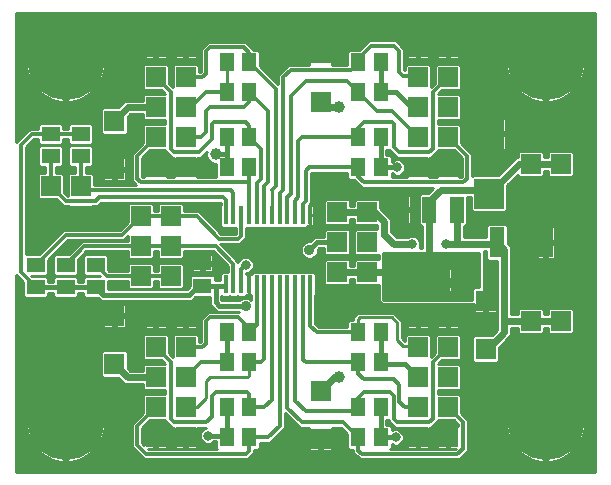
<source format=gbr>
G75*
%MOIN*%
%OFA0B0*%
%FSLAX24Y24*%
%IPPOS*%
%LPD*%
%AMOC8*
5,1,8,0,0,1.08239X$1,22.5*
%
%ADD10R,0.0138X0.0610*%
%ADD11R,0.0650X0.0650*%
%ADD12R,0.0512X0.0591*%
%ADD13R,0.0591X0.0512*%
%ADD14R,0.0669X0.0709*%
%ADD15C,0.2540*%
%ADD16R,0.0480X0.0880*%
%ADD17R,0.1417X0.0866*%
%ADD18R,0.0984X0.1004*%
%ADD19R,0.0500X0.1000*%
%ADD20C,0.0100*%
%ADD21C,0.0317*%
%ADD22C,0.0240*%
%ADD23C,0.0120*%
%ADD24C,0.0160*%
%ADD25C,0.0357*%
%ADD26C,0.0396*%
D10*
X007484Y006601D03*
X007740Y006601D03*
X007996Y006601D03*
X008252Y006601D03*
X008508Y006601D03*
X008764Y006601D03*
X009020Y006601D03*
X009276Y006601D03*
X009531Y006601D03*
X009787Y006601D03*
X010043Y006601D03*
X010299Y006601D03*
X010299Y008899D03*
X010043Y008899D03*
X009787Y008899D03*
X009531Y008899D03*
X009276Y008899D03*
X009020Y008899D03*
X008764Y008899D03*
X008508Y008899D03*
X008252Y008899D03*
X007996Y008899D03*
X007740Y008899D03*
X007484Y008899D03*
D11*
X005642Y008875D03*
X004642Y008875D03*
X004642Y007875D03*
X005642Y007875D03*
X005642Y006875D03*
X004642Y006875D03*
X005142Y005500D03*
X006142Y005500D03*
X006142Y004500D03*
X005142Y004500D03*
X005142Y003500D03*
X006142Y003500D03*
X006142Y002500D03*
X005142Y002500D03*
X005142Y001500D03*
X006142Y001500D03*
X011204Y007000D03*
X012204Y007000D03*
X012204Y008000D03*
X011204Y008000D03*
X011204Y009000D03*
X012204Y009000D03*
X013892Y010500D03*
X014892Y010500D03*
X014892Y011500D03*
X013892Y011500D03*
X013892Y012500D03*
X014892Y012500D03*
X014892Y013500D03*
X013892Y013500D03*
X013892Y014500D03*
X014892Y014500D03*
X017642Y011625D03*
X018642Y011625D03*
X018642Y010625D03*
X017642Y010625D03*
X017642Y009625D03*
X018642Y009625D03*
X018642Y006375D03*
X017642Y006375D03*
X017642Y005375D03*
X018642Y005375D03*
X018642Y004375D03*
X017642Y004375D03*
X014892Y004500D03*
X013892Y004500D03*
X013892Y005500D03*
X014892Y005500D03*
X014892Y003500D03*
X013892Y003500D03*
X013892Y002500D03*
X014892Y002500D03*
X014892Y001500D03*
X013892Y001500D03*
X002642Y008875D03*
X001642Y008875D03*
X001642Y009875D03*
X002642Y009875D03*
X005142Y010500D03*
X006142Y010500D03*
X006142Y011500D03*
X005142Y011500D03*
X005142Y012500D03*
X006142Y012500D03*
X006142Y013500D03*
X005142Y013500D03*
X005142Y014500D03*
X006142Y014500D03*
D12*
X007518Y014000D03*
X008266Y014000D03*
X008266Y013000D03*
X007518Y013000D03*
X007518Y011500D03*
X008266Y011500D03*
X008266Y010500D03*
X007518Y010500D03*
X011893Y010500D03*
X012641Y010500D03*
X012641Y011500D03*
X011893Y011500D03*
X011893Y013000D03*
X012641Y013000D03*
X012641Y014000D03*
X011893Y014000D03*
X011893Y005000D03*
X012641Y005000D03*
X012641Y004000D03*
X011893Y004000D03*
X011893Y002500D03*
X012641Y002500D03*
X012641Y001500D03*
X011893Y001500D03*
X008266Y001500D03*
X007518Y001500D03*
X007518Y002500D03*
X008266Y002500D03*
X008266Y004000D03*
X007518Y004000D03*
X007518Y005000D03*
X008266Y005000D03*
D13*
X006704Y006563D03*
X006704Y007312D03*
X003142Y007249D03*
X003142Y006501D03*
X002142Y006501D03*
X002142Y007249D03*
X001142Y007249D03*
X001142Y006501D03*
X001642Y010876D03*
X001642Y011624D03*
X002642Y011624D03*
X002642Y010876D03*
D14*
X003767Y010443D03*
X003767Y012057D03*
X010642Y012693D03*
X010642Y014307D03*
X016142Y006057D03*
X016142Y004443D03*
X010642Y003057D03*
X010642Y001443D03*
X003767Y003943D03*
X003767Y005557D03*
D15*
X002142Y002000D03*
X002142Y014000D03*
X018142Y014000D03*
X018142Y002000D03*
D16*
X015177Y009095D03*
X014267Y009095D03*
X013357Y009095D03*
D17*
X014267Y006655D03*
D18*
X016267Y009631D03*
X016267Y011619D03*
D19*
X016517Y008000D03*
X018142Y008000D03*
D20*
X000492Y006911D02*
X000492Y000350D01*
X019792Y000350D01*
X019792Y015650D01*
X000492Y015650D01*
X000492Y011340D01*
X000945Y011794D01*
X001236Y011794D01*
X001236Y011925D01*
X001301Y011990D01*
X001983Y011990D01*
X002047Y011925D01*
X002047Y011794D01*
X002236Y011794D01*
X002236Y011925D01*
X002301Y011990D01*
X002983Y011990D01*
X003047Y011925D01*
X003047Y011323D01*
X002983Y011258D01*
X002301Y011258D01*
X002236Y011323D01*
X002236Y011454D01*
X002047Y011454D01*
X002047Y011323D01*
X001983Y011258D01*
X001301Y011258D01*
X001236Y011323D01*
X001236Y011454D01*
X001086Y011454D01*
X000812Y011180D01*
X000812Y007615D01*
X001267Y007615D01*
X002072Y008420D01*
X003946Y008420D01*
X004207Y008680D01*
X004207Y009246D01*
X004271Y009310D01*
X005012Y009310D01*
X005077Y009246D01*
X005077Y009045D01*
X005207Y009045D01*
X005207Y009246D01*
X005271Y009310D01*
X006012Y009310D01*
X006077Y009246D01*
X006077Y009045D01*
X006587Y009045D01*
X007337Y008295D01*
X007821Y008295D01*
X007826Y008300D01*
X007826Y008484D01*
X007626Y008484D01*
X007612Y008497D01*
X007599Y008484D01*
X007370Y008484D01*
X007305Y008548D01*
X007305Y009249D01*
X007314Y009258D01*
X007314Y009330D01*
X003337Y009330D01*
X003312Y009305D01*
X003212Y009205D01*
X003017Y009205D01*
X003017Y008913D01*
X002679Y008913D01*
X002679Y008837D01*
X002679Y008500D01*
X002977Y008500D01*
X002995Y008508D01*
X003009Y008522D01*
X003017Y008540D01*
X003017Y008837D01*
X002679Y008837D01*
X002604Y008837D01*
X002604Y008500D01*
X002307Y008500D01*
X002288Y008508D01*
X002274Y008522D01*
X002267Y008540D01*
X002267Y008837D01*
X002604Y008837D01*
X002604Y008913D01*
X002267Y008913D01*
X002267Y009205D01*
X002071Y009205D01*
X001836Y009440D01*
X001271Y009440D01*
X001207Y009504D01*
X001207Y010246D01*
X001271Y010310D01*
X001472Y010310D01*
X001472Y010510D01*
X001301Y010510D01*
X001236Y010575D01*
X001236Y011177D01*
X001301Y011242D01*
X001983Y011242D01*
X002047Y011177D01*
X002047Y010575D01*
X001983Y010510D01*
X001812Y010510D01*
X001812Y010310D01*
X002012Y010310D01*
X002077Y010246D01*
X002077Y009680D01*
X002207Y009550D01*
X002207Y010246D01*
X002271Y010310D01*
X002472Y010310D01*
X002472Y010510D01*
X002301Y010510D01*
X002236Y010575D01*
X002236Y011177D01*
X002301Y011242D01*
X002983Y011242D01*
X003047Y011177D01*
X003047Y010575D01*
X002983Y010510D01*
X002812Y010510D01*
X002812Y010310D01*
X003012Y010310D01*
X003077Y010246D01*
X003077Y009920D01*
X004481Y009920D01*
X004446Y009955D01*
X004347Y010055D01*
X004347Y010945D01*
X004707Y011305D01*
X004707Y011871D01*
X004771Y011935D01*
X005472Y011935D01*
X005472Y012065D01*
X004771Y012065D01*
X004707Y012129D01*
X004707Y012270D01*
X004305Y012270D01*
X004211Y012176D01*
X004211Y011657D01*
X004147Y011593D01*
X003386Y011593D01*
X003322Y011657D01*
X003322Y012457D01*
X003386Y012521D01*
X003906Y012521D01*
X004114Y012730D01*
X004707Y012730D01*
X004707Y012871D01*
X004771Y012935D01*
X005466Y012935D01*
X005336Y013065D01*
X004771Y013065D01*
X004707Y013129D01*
X004707Y013871D01*
X004771Y013935D01*
X005512Y013935D01*
X005577Y013871D01*
X005577Y013305D01*
X005707Y013175D01*
X005707Y013871D01*
X005771Y013935D01*
X006512Y013935D01*
X006577Y013871D01*
X006577Y013670D01*
X006634Y013670D01*
X006659Y013695D01*
X006659Y014445D01*
X006759Y014545D01*
X006884Y014670D01*
X008150Y014670D01*
X008249Y014570D01*
X008414Y014405D01*
X008567Y014405D01*
X008632Y014341D01*
X008632Y013875D01*
X009222Y013284D01*
X009222Y013570D01*
X009472Y013820D01*
X009571Y013920D01*
X010269Y013920D01*
X010265Y013924D01*
X010257Y013943D01*
X010257Y014257D01*
X010592Y014257D01*
X010592Y014357D01*
X010592Y014711D01*
X010297Y014711D01*
X010279Y014704D01*
X010265Y014690D01*
X010257Y014671D01*
X010257Y014357D01*
X010592Y014357D01*
X010692Y014357D01*
X011026Y014357D01*
X011026Y014671D01*
X011019Y014690D01*
X011005Y014704D01*
X010986Y014711D01*
X010692Y014711D01*
X010692Y014357D01*
X010692Y014257D01*
X011026Y014257D01*
X011026Y013943D01*
X011019Y013924D01*
X011014Y013920D01*
X011527Y013920D01*
X011527Y014341D01*
X011591Y014405D01*
X011932Y014405D01*
X012259Y014732D01*
X013150Y014732D01*
X013249Y014633D01*
X013337Y014545D01*
X013437Y014445D01*
X013437Y013758D01*
X013457Y013738D01*
X013457Y013871D01*
X013521Y013935D01*
X014262Y013935D01*
X014327Y013871D01*
X014327Y013175D01*
X014457Y013305D01*
X014457Y013871D01*
X014521Y013935D01*
X015262Y013935D01*
X015327Y013871D01*
X015327Y013129D01*
X015262Y013065D01*
X014697Y013065D01*
X014567Y012935D01*
X015262Y012935D01*
X015327Y012871D01*
X015327Y012129D01*
X015262Y012065D01*
X014562Y012065D01*
X014562Y011935D01*
X015262Y011935D01*
X015327Y011871D01*
X015327Y011305D01*
X015687Y010945D01*
X015687Y010201D01*
X015729Y010243D01*
X016553Y010243D01*
X017165Y010855D01*
X017207Y010855D01*
X017207Y010996D01*
X017271Y011060D01*
X018012Y011060D01*
X018077Y010996D01*
X018077Y010855D01*
X018207Y010855D01*
X018207Y010996D01*
X018271Y011060D01*
X019012Y011060D01*
X019077Y010996D01*
X019077Y010254D01*
X019012Y010190D01*
X018271Y010190D01*
X018207Y010254D01*
X018207Y010395D01*
X018077Y010395D01*
X018077Y010254D01*
X018012Y010190D01*
X017271Y010190D01*
X017211Y010250D01*
X016869Y009908D01*
X016869Y009083D01*
X016804Y009019D01*
X015729Y009019D01*
X015665Y009083D01*
X015665Y009520D01*
X015527Y009520D01*
X015527Y008609D01*
X015462Y008545D01*
X015407Y008545D01*
X015407Y008167D01*
X016157Y008167D01*
X016157Y008546D01*
X016221Y008610D01*
X016812Y008610D01*
X016877Y008546D01*
X016877Y007965D01*
X016997Y007845D01*
X016997Y005605D01*
X017207Y005605D01*
X017207Y005746D01*
X017271Y005810D01*
X018012Y005810D01*
X018077Y005746D01*
X018077Y005605D01*
X018207Y005605D01*
X018207Y005746D01*
X018271Y005810D01*
X019012Y005810D01*
X019077Y005746D01*
X019077Y005004D01*
X019012Y004940D01*
X018271Y004940D01*
X018207Y005004D01*
X018207Y005145D01*
X018077Y005145D01*
X018077Y005004D01*
X018012Y004940D01*
X017271Y004940D01*
X017207Y005004D01*
X017207Y005145D01*
X016997Y005145D01*
X016997Y004905D01*
X016862Y004770D01*
X016586Y004494D01*
X016586Y004043D01*
X016522Y003979D01*
X015761Y003979D01*
X015697Y004043D01*
X015697Y004843D01*
X015761Y004907D01*
X016349Y004907D01*
X016537Y005095D01*
X016537Y007390D01*
X016221Y007390D01*
X016157Y007454D01*
X016157Y007708D01*
X016078Y007708D01*
X016082Y007704D01*
X016082Y006461D01*
X016092Y006461D01*
X016092Y006107D01*
X016192Y006107D01*
X016537Y006107D01*
X016526Y006107D02*
X016526Y006421D01*
X016519Y006440D01*
X016505Y006454D01*
X016486Y006461D01*
X016192Y006461D01*
X016192Y006107D01*
X016526Y006107D01*
X016526Y006206D02*
X016537Y006206D01*
X016526Y006304D02*
X016537Y006304D01*
X016526Y006403D02*
X016537Y006403D01*
X016537Y006501D02*
X016082Y006501D01*
X016082Y006600D02*
X016537Y006600D01*
X016537Y006698D02*
X016082Y006698D01*
X016082Y006797D02*
X016537Y006797D01*
X016537Y006895D02*
X016082Y006895D01*
X016082Y006994D02*
X016537Y006994D01*
X016537Y007092D02*
X016082Y007092D01*
X016082Y007191D02*
X016537Y007191D01*
X016537Y007289D02*
X016082Y007289D01*
X016082Y007388D02*
X016537Y007388D01*
X016157Y007486D02*
X016082Y007486D01*
X016082Y007585D02*
X016157Y007585D01*
X016157Y007683D02*
X016082Y007683D01*
X016157Y008176D02*
X015407Y008176D01*
X015407Y008274D02*
X016157Y008274D01*
X016157Y008373D02*
X015407Y008373D01*
X015407Y008471D02*
X016157Y008471D01*
X016181Y008570D02*
X015487Y008570D01*
X015527Y008668D02*
X019792Y008668D01*
X019792Y008570D02*
X016853Y008570D01*
X016877Y008471D02*
X017842Y008471D01*
X017842Y008510D02*
X017842Y008050D01*
X018092Y008050D01*
X018092Y008550D01*
X017882Y008550D01*
X017863Y008542D01*
X017849Y008528D01*
X017842Y008510D01*
X017842Y008373D02*
X016877Y008373D01*
X016877Y008274D02*
X017842Y008274D01*
X017842Y008176D02*
X016877Y008176D01*
X016877Y008077D02*
X017842Y008077D01*
X017842Y007950D02*
X017842Y007490D01*
X017849Y007472D01*
X017863Y007458D01*
X017882Y007450D01*
X018092Y007450D01*
X018092Y007950D01*
X018192Y007950D01*
X018192Y008050D01*
X018442Y008050D01*
X018442Y008510D01*
X018434Y008528D01*
X018420Y008542D01*
X018402Y008550D01*
X018192Y008550D01*
X018192Y008050D01*
X018092Y008050D01*
X018092Y007950D01*
X017842Y007950D01*
X017842Y007880D02*
X016962Y007880D01*
X016997Y007782D02*
X017842Y007782D01*
X017842Y007683D02*
X016997Y007683D01*
X016997Y007585D02*
X017842Y007585D01*
X017843Y007486D02*
X016997Y007486D01*
X016997Y007388D02*
X019792Y007388D01*
X019792Y007486D02*
X018440Y007486D01*
X018442Y007490D02*
X018442Y007950D01*
X018192Y007950D01*
X018192Y007450D01*
X018402Y007450D01*
X018420Y007458D01*
X018434Y007472D01*
X018442Y007490D01*
X018442Y007585D02*
X019792Y007585D01*
X019792Y007683D02*
X018442Y007683D01*
X018442Y007782D02*
X019792Y007782D01*
X019792Y007880D02*
X018442Y007880D01*
X018442Y008077D02*
X019792Y008077D01*
X019792Y007979D02*
X018192Y007979D01*
X018192Y008077D02*
X018092Y008077D01*
X018092Y007979D02*
X016877Y007979D01*
X016997Y007289D02*
X019792Y007289D01*
X019792Y007191D02*
X016997Y007191D01*
X016997Y007092D02*
X019792Y007092D01*
X019792Y006994D02*
X016997Y006994D01*
X016997Y006895D02*
X019792Y006895D01*
X019792Y006797D02*
X016997Y006797D01*
X016997Y006698D02*
X017267Y006698D01*
X017267Y006710D02*
X017267Y006413D01*
X017604Y006413D01*
X017604Y006750D01*
X017307Y006750D01*
X017288Y006742D01*
X017274Y006728D01*
X017267Y006710D01*
X017267Y006600D02*
X016997Y006600D01*
X016997Y006501D02*
X017267Y006501D01*
X017267Y006337D02*
X017267Y006040D01*
X017274Y006022D01*
X017288Y006008D01*
X017307Y006000D01*
X017604Y006000D01*
X017604Y006337D01*
X017679Y006337D01*
X017679Y006000D01*
X017977Y006000D01*
X017995Y006008D01*
X018009Y006022D01*
X018017Y006040D01*
X018017Y006337D01*
X017679Y006337D01*
X017679Y006413D01*
X017604Y006413D01*
X017604Y006337D01*
X017267Y006337D01*
X017267Y006304D02*
X016997Y006304D01*
X016997Y006206D02*
X017267Y006206D01*
X017267Y006107D02*
X016997Y006107D01*
X016997Y006009D02*
X017287Y006009D01*
X016997Y005910D02*
X019792Y005910D01*
X019792Y005812D02*
X016997Y005812D01*
X016997Y005713D02*
X017207Y005713D01*
X017207Y005615D02*
X016997Y005615D01*
X016537Y005615D02*
X015267Y005615D01*
X015267Y005538D02*
X014929Y005538D01*
X014854Y005538D01*
X014854Y005875D01*
X014557Y005875D01*
X014538Y005867D01*
X014524Y005853D01*
X014517Y005835D01*
X014517Y005538D01*
X014854Y005538D01*
X014854Y005462D01*
X014929Y005462D01*
X014929Y005125D01*
X015227Y005125D01*
X015245Y005133D01*
X015259Y005147D01*
X015267Y005165D01*
X015267Y005462D01*
X014929Y005462D01*
X014929Y005538D01*
X014929Y005875D01*
X015227Y005875D01*
X015245Y005867D01*
X015259Y005853D01*
X015267Y005835D01*
X015267Y005538D01*
X015267Y005418D02*
X016537Y005418D01*
X016537Y005516D02*
X014929Y005516D01*
X014854Y005516D02*
X013929Y005516D01*
X013929Y005538D02*
X014267Y005538D01*
X014267Y005835D01*
X014259Y005853D01*
X014245Y005867D01*
X014227Y005875D01*
X013929Y005875D01*
X013929Y005538D01*
X013854Y005538D01*
X013854Y005875D01*
X013557Y005875D01*
X013538Y005867D01*
X013524Y005853D01*
X013517Y005835D01*
X013517Y005538D01*
X013854Y005538D01*
X013854Y005462D01*
X013929Y005462D01*
X013929Y005125D01*
X014227Y005125D01*
X014245Y005133D01*
X014259Y005147D01*
X014267Y005165D01*
X014267Y005462D01*
X013929Y005462D01*
X013929Y005538D01*
X013929Y005615D02*
X013854Y005615D01*
X013854Y005713D02*
X013929Y005713D01*
X013929Y005812D02*
X013854Y005812D01*
X013517Y005812D02*
X010469Y005812D01*
X010469Y005910D02*
X015757Y005910D01*
X015757Y005935D02*
X015757Y005693D01*
X015765Y005674D01*
X015779Y005660D01*
X015797Y005653D01*
X016092Y005653D01*
X016092Y006007D01*
X016192Y006007D01*
X016192Y006107D01*
X016192Y006009D02*
X016537Y006009D01*
X016526Y006007D02*
X016192Y006007D01*
X016192Y005653D01*
X016486Y005653D01*
X016505Y005660D01*
X016519Y005674D01*
X016526Y005693D01*
X016526Y006007D01*
X016526Y005910D02*
X016537Y005910D01*
X016526Y005812D02*
X016537Y005812D01*
X016526Y005713D02*
X016537Y005713D01*
X016192Y005713D02*
X016092Y005713D01*
X016092Y005812D02*
X016192Y005812D01*
X016192Y005910D02*
X016092Y005910D01*
X015757Y005935D02*
X012688Y005935D01*
X012577Y006046D01*
X012577Y006567D01*
X012575Y006565D01*
X011834Y006565D01*
X011769Y006629D01*
X011769Y006770D01*
X011639Y006770D01*
X011639Y006629D01*
X011575Y006565D01*
X010834Y006565D01*
X010769Y006629D01*
X010769Y007371D01*
X010834Y007435D01*
X011575Y007435D01*
X011639Y007371D01*
X011639Y007230D01*
X011769Y007230D01*
X011769Y007371D01*
X011834Y007435D01*
X012575Y007435D01*
X012577Y007433D01*
X012577Y007567D01*
X012575Y007565D01*
X011834Y007565D01*
X011769Y007629D01*
X011769Y008371D01*
X011834Y008435D01*
X012537Y008435D01*
X012537Y008565D01*
X011834Y008565D01*
X011769Y008629D01*
X011769Y008770D01*
X011639Y008770D01*
X011639Y008629D01*
X011575Y008565D01*
X010834Y008565D01*
X010769Y008629D01*
X010769Y009371D01*
X010834Y009435D01*
X011575Y009435D01*
X011639Y009371D01*
X011639Y009230D01*
X011769Y009230D01*
X011769Y009371D01*
X011834Y009435D01*
X012575Y009435D01*
X012639Y009371D01*
X012639Y009140D01*
X012862Y008917D01*
X012997Y008783D01*
X012997Y008345D01*
X013174Y008167D01*
X013557Y008167D01*
X013651Y008206D01*
X013758Y008206D01*
X013856Y008165D01*
X013932Y008090D01*
X013973Y007991D01*
X013973Y007884D01*
X013944Y007815D01*
X014037Y007815D01*
X014037Y008545D01*
X013981Y008545D01*
X013917Y008609D01*
X013917Y009581D01*
X013981Y009645D01*
X014211Y009645D01*
X014396Y009830D01*
X012009Y009830D01*
X011909Y009930D01*
X011744Y010095D01*
X011591Y010095D01*
X011527Y010159D01*
X011527Y010330D01*
X010337Y010330D01*
X010312Y010305D01*
X010312Y009305D01*
X010261Y009254D01*
X010299Y009254D01*
X010299Y008899D01*
X010299Y008899D01*
X010299Y009254D01*
X010378Y009254D01*
X010396Y009246D01*
X010410Y009232D01*
X010418Y009214D01*
X010418Y008899D01*
X010299Y008899D01*
X010299Y008899D01*
X010299Y008899D01*
X010299Y008544D01*
X010220Y008544D01*
X010218Y008544D01*
X010158Y008484D01*
X009929Y008484D01*
X009915Y008497D01*
X009902Y008484D01*
X009673Y008484D01*
X009659Y008497D01*
X009646Y008484D01*
X009417Y008484D01*
X009403Y008497D01*
X009390Y008484D01*
X009161Y008484D01*
X009148Y008497D01*
X009134Y008484D01*
X008905Y008484D01*
X008892Y008497D01*
X008878Y008484D01*
X008649Y008484D01*
X008636Y008497D01*
X008622Y008484D01*
X008393Y008484D01*
X008380Y008497D01*
X008366Y008484D01*
X008166Y008484D01*
X008166Y008159D01*
X008066Y008059D01*
X008066Y008059D01*
X008062Y008055D01*
X008062Y008055D01*
X007962Y007955D01*
X007302Y007955D01*
X007312Y007945D01*
X007897Y007361D01*
X007914Y007402D01*
X007989Y007478D01*
X008088Y007519D01*
X008195Y007519D01*
X008294Y007478D01*
X008369Y007402D01*
X008410Y007303D01*
X008410Y007197D01*
X008369Y007098D01*
X008294Y007022D01*
X008195Y006981D01*
X008166Y006981D01*
X008166Y006961D01*
X008171Y006956D01*
X008173Y006956D01*
X008252Y006956D01*
X008252Y006601D01*
X008252Y006246D01*
X008331Y006246D01*
X008333Y006247D01*
X008338Y006242D01*
X008338Y006087D01*
X008305Y006120D01*
X008199Y006163D01*
X008084Y006163D01*
X007978Y006120D01*
X007924Y006065D01*
X007345Y006065D01*
X007332Y006079D01*
X007332Y006224D01*
X007370Y006186D01*
X007599Y006186D01*
X007612Y006200D01*
X007626Y006186D01*
X007855Y006186D01*
X007868Y006200D01*
X007882Y006186D01*
X008110Y006186D01*
X008171Y006247D01*
X008173Y006246D01*
X008252Y006246D01*
X008252Y006601D01*
X008252Y006601D01*
X008252Y006601D01*
X008252Y006956D01*
X008331Y006956D01*
X008333Y006956D01*
X008393Y007016D01*
X008622Y007016D01*
X008636Y007003D01*
X008649Y007016D01*
X008878Y007016D01*
X008892Y007003D01*
X008905Y007016D01*
X009134Y007016D01*
X009148Y007003D01*
X009161Y007016D01*
X009390Y007016D01*
X009403Y007003D01*
X009417Y007016D01*
X009646Y007016D01*
X009659Y007003D01*
X009673Y007016D01*
X009902Y007016D01*
X009915Y007003D01*
X009929Y007016D01*
X010158Y007016D01*
X010171Y007003D01*
X010185Y007016D01*
X010414Y007016D01*
X010478Y006952D01*
X010478Y006251D01*
X010469Y006242D01*
X010469Y005288D01*
X010587Y005170D01*
X011527Y005170D01*
X011527Y005341D01*
X011591Y005405D01*
X011733Y005405D01*
X011733Y005505D01*
X011794Y005566D01*
X011888Y005660D01*
X013083Y005660D01*
X013270Y005472D01*
X013364Y005379D01*
X013364Y004816D01*
X013457Y004724D01*
X013457Y004871D01*
X013521Y004935D01*
X014262Y004935D01*
X014327Y004871D01*
X014327Y004175D01*
X014457Y004305D01*
X014457Y004871D01*
X014521Y004935D01*
X015262Y004935D01*
X015327Y004871D01*
X015327Y004129D01*
X015262Y004065D01*
X014697Y004065D01*
X014567Y003935D01*
X015262Y003935D01*
X015327Y003871D01*
X015327Y003129D01*
X015262Y003065D01*
X014562Y003065D01*
X014562Y002935D01*
X015262Y002935D01*
X015327Y002871D01*
X015327Y002305D01*
X015562Y002070D01*
X015562Y001055D01*
X015462Y000955D01*
X015275Y000768D01*
X011946Y000768D01*
X011847Y000867D01*
X011723Y000991D01*
X011723Y001095D01*
X011591Y001095D01*
X011527Y001159D01*
X011527Y001625D01*
X011321Y001830D01*
X011014Y001830D01*
X011019Y001826D01*
X011026Y001807D01*
X011026Y001493D01*
X010692Y001493D01*
X010692Y001393D01*
X011026Y001393D01*
X011026Y001079D01*
X011019Y001060D01*
X011005Y001046D01*
X010986Y001039D01*
X010692Y001039D01*
X010692Y001393D01*
X010592Y001393D01*
X010592Y001039D01*
X010297Y001039D01*
X010279Y001046D01*
X010265Y001060D01*
X010257Y001079D01*
X010257Y001393D01*
X010592Y001393D01*
X010592Y001493D01*
X010257Y001493D01*
X010257Y001807D01*
X010265Y001826D01*
X010269Y001830D01*
X009946Y001830D01*
X009446Y002331D01*
X009446Y001813D01*
X009062Y001430D01*
X009062Y001430D01*
X008962Y001330D01*
X008632Y001330D01*
X008632Y001159D01*
X008567Y001095D01*
X008436Y001095D01*
X008436Y000991D01*
X008312Y000867D01*
X008212Y000768D01*
X004759Y000768D01*
X004659Y000867D01*
X004659Y000867D01*
X004446Y001080D01*
X004347Y001180D01*
X004347Y001945D01*
X004707Y002305D01*
X004707Y002871D01*
X004771Y002935D01*
X005472Y002935D01*
X005472Y003065D01*
X004771Y003065D01*
X004707Y003129D01*
X004707Y003270D01*
X004114Y003270D01*
X003906Y003479D01*
X003386Y003479D01*
X003322Y003543D01*
X003322Y004343D01*
X003386Y004407D01*
X004147Y004407D01*
X004211Y004343D01*
X004211Y003824D01*
X004305Y003730D01*
X004707Y003730D01*
X004707Y003871D01*
X004771Y003935D01*
X005466Y003935D01*
X005336Y004065D01*
X004771Y004065D01*
X004707Y004129D01*
X004707Y004871D01*
X004771Y004935D01*
X005512Y004935D01*
X005577Y004871D01*
X005577Y004305D01*
X005707Y004175D01*
X005707Y004871D01*
X005771Y004935D01*
X006512Y004935D01*
X006577Y004871D01*
X006577Y004670D01*
X006634Y004670D01*
X006659Y004695D01*
X006659Y005445D01*
X006884Y005670D01*
X007939Y005670D01*
X007924Y005685D01*
X007188Y005685D01*
X007063Y005810D01*
X006952Y005921D01*
X006952Y006198D01*
X006483Y006198D01*
X006457Y006171D01*
X006345Y006060D01*
X003313Y006060D01*
X003238Y006135D01*
X002801Y006135D01*
X002736Y006200D01*
X002736Y006311D01*
X002547Y006311D01*
X002547Y006200D01*
X002483Y006135D01*
X001801Y006135D01*
X001736Y006200D01*
X001736Y006311D01*
X001547Y006311D01*
X001547Y006200D01*
X001483Y006135D01*
X000801Y006135D01*
X000736Y006200D01*
X000736Y006666D01*
X000492Y006911D01*
X000492Y006895D02*
X000507Y006895D01*
X000492Y006797D02*
X000606Y006797D01*
X000704Y006698D02*
X000492Y006698D01*
X000492Y006600D02*
X000736Y006600D01*
X000736Y006501D02*
X000492Y006501D01*
X000492Y006403D02*
X000736Y006403D01*
X000736Y006304D02*
X000492Y006304D01*
X000492Y006206D02*
X000736Y006206D01*
X000492Y006107D02*
X003266Y006107D01*
X003404Y005954D02*
X003390Y005940D01*
X003382Y005921D01*
X003382Y005607D01*
X003717Y005607D01*
X003717Y005961D01*
X003422Y005961D01*
X003404Y005954D01*
X003382Y005910D02*
X000492Y005910D01*
X000492Y005812D02*
X003382Y005812D01*
X003382Y005713D02*
X000492Y005713D01*
X000492Y005615D02*
X003382Y005615D01*
X003382Y005507D02*
X003382Y005193D01*
X003390Y005174D01*
X003404Y005160D01*
X003422Y005153D01*
X003717Y005153D01*
X003717Y005507D01*
X003817Y005507D01*
X003817Y005607D01*
X004151Y005607D01*
X004151Y005921D01*
X004144Y005940D01*
X004130Y005954D01*
X004111Y005961D01*
X003817Y005961D01*
X003817Y005607D01*
X003717Y005607D01*
X003717Y005507D01*
X003382Y005507D01*
X003382Y005418D02*
X000492Y005418D01*
X000492Y005516D02*
X003717Y005516D01*
X003717Y005418D02*
X003817Y005418D01*
X003817Y005507D02*
X003817Y005153D01*
X004111Y005153D01*
X004130Y005160D01*
X004144Y005174D01*
X004151Y005193D01*
X004151Y005507D01*
X003817Y005507D01*
X003817Y005516D02*
X005104Y005516D01*
X005104Y005538D02*
X005104Y005462D01*
X005179Y005462D01*
X005179Y005125D01*
X005477Y005125D01*
X005495Y005133D01*
X005509Y005147D01*
X005517Y005165D01*
X005517Y005462D01*
X005179Y005462D01*
X005179Y005538D01*
X005104Y005538D01*
X005104Y005875D01*
X004807Y005875D01*
X004788Y005867D01*
X004774Y005853D01*
X004767Y005835D01*
X004767Y005538D01*
X005104Y005538D01*
X005179Y005538D02*
X005179Y005875D01*
X005477Y005875D01*
X005495Y005867D01*
X005509Y005853D01*
X005517Y005835D01*
X005517Y005538D01*
X005179Y005538D01*
X005179Y005516D02*
X006104Y005516D01*
X006104Y005538D02*
X006104Y005462D01*
X006179Y005462D01*
X006179Y005125D01*
X006477Y005125D01*
X006495Y005133D01*
X006509Y005147D01*
X006517Y005165D01*
X006517Y005462D01*
X006179Y005462D01*
X006179Y005538D01*
X006104Y005538D01*
X006104Y005875D01*
X005807Y005875D01*
X005788Y005867D01*
X005774Y005853D01*
X005767Y005835D01*
X005767Y005538D01*
X006104Y005538D01*
X006179Y005538D02*
X006179Y005875D01*
X006477Y005875D01*
X006495Y005867D01*
X006509Y005853D01*
X006517Y005835D01*
X006517Y005538D01*
X006179Y005538D01*
X006179Y005516D02*
X006730Y005516D01*
X006659Y005418D02*
X006517Y005418D01*
X006517Y005319D02*
X006659Y005319D01*
X006659Y005221D02*
X006517Y005221D01*
X006659Y005122D02*
X000492Y005122D01*
X000492Y005024D02*
X006659Y005024D01*
X006659Y004925D02*
X006522Y004925D01*
X006577Y004827D02*
X006659Y004827D01*
X006659Y004728D02*
X006577Y004728D01*
X006104Y005125D02*
X006104Y005462D01*
X005767Y005462D01*
X005767Y005165D01*
X005774Y005147D01*
X005788Y005133D01*
X005807Y005125D01*
X006104Y005125D01*
X006104Y005221D02*
X006179Y005221D01*
X006179Y005319D02*
X006104Y005319D01*
X006104Y005418D02*
X006179Y005418D01*
X006179Y005615D02*
X006104Y005615D01*
X006104Y005713D02*
X006179Y005713D01*
X006179Y005812D02*
X006104Y005812D01*
X005767Y005812D02*
X005517Y005812D01*
X005517Y005713D02*
X005767Y005713D01*
X005767Y005615D02*
X005517Y005615D01*
X005517Y005418D02*
X005767Y005418D01*
X005767Y005319D02*
X005517Y005319D01*
X005517Y005221D02*
X005767Y005221D01*
X005761Y004925D02*
X005522Y004925D01*
X005577Y004827D02*
X005707Y004827D01*
X005707Y004728D02*
X005577Y004728D01*
X005577Y004630D02*
X005707Y004630D01*
X005707Y004531D02*
X005577Y004531D01*
X005577Y004433D02*
X005707Y004433D01*
X005707Y004334D02*
X005577Y004334D01*
X005647Y004236D02*
X005707Y004236D01*
X005461Y003940D02*
X004211Y003940D01*
X004211Y003842D02*
X004707Y003842D01*
X004707Y003743D02*
X004292Y003743D01*
X004211Y004039D02*
X005363Y004039D01*
X004707Y004137D02*
X004211Y004137D01*
X004211Y004236D02*
X004707Y004236D01*
X004707Y004334D02*
X004211Y004334D01*
X004707Y004433D02*
X000492Y004433D01*
X000492Y004531D02*
X004707Y004531D01*
X004707Y004630D02*
X000492Y004630D01*
X000492Y004728D02*
X004707Y004728D01*
X004707Y004827D02*
X000492Y004827D01*
X000492Y004925D02*
X004761Y004925D01*
X004807Y005125D02*
X005104Y005125D01*
X005104Y005462D01*
X004767Y005462D01*
X004767Y005165D01*
X004774Y005147D01*
X004788Y005133D01*
X004807Y005125D01*
X004767Y005221D02*
X004151Y005221D01*
X004151Y005319D02*
X004767Y005319D01*
X004767Y005418D02*
X004151Y005418D01*
X004151Y005615D02*
X004767Y005615D01*
X004767Y005713D02*
X004151Y005713D01*
X004151Y005812D02*
X004767Y005812D01*
X005104Y005812D02*
X005179Y005812D01*
X005179Y005713D02*
X005104Y005713D01*
X005104Y005615D02*
X005179Y005615D01*
X005179Y005418D02*
X005104Y005418D01*
X005104Y005319D02*
X005179Y005319D01*
X005179Y005221D02*
X005104Y005221D01*
X004151Y005910D02*
X006963Y005910D01*
X006952Y006009D02*
X000492Y006009D01*
X000492Y005319D02*
X003382Y005319D01*
X003382Y005221D02*
X000492Y005221D01*
X000492Y004334D02*
X003322Y004334D01*
X003322Y004236D02*
X000492Y004236D01*
X000492Y004137D02*
X003322Y004137D01*
X003322Y004039D02*
X000492Y004039D01*
X000492Y003940D02*
X003322Y003940D01*
X003322Y003842D02*
X000492Y003842D01*
X000492Y003743D02*
X003322Y003743D01*
X003322Y003645D02*
X000492Y003645D01*
X000492Y003546D02*
X003322Y003546D01*
X003937Y003448D02*
X000492Y003448D01*
X000492Y003349D02*
X004035Y003349D01*
X004707Y003251D02*
X002567Y003251D01*
X002587Y003244D02*
X002463Y003282D01*
X002336Y003307D01*
X002207Y003320D01*
X002192Y003320D01*
X002192Y002050D01*
X003462Y002050D01*
X003462Y002065D01*
X003449Y002194D01*
X003424Y002321D01*
X003386Y002445D01*
X003336Y002565D01*
X003275Y002679D01*
X003203Y002787D01*
X003121Y002888D01*
X003029Y002979D01*
X002929Y003062D01*
X002821Y003134D01*
X002707Y003195D01*
X002587Y003244D01*
X002787Y003152D02*
X004707Y003152D01*
X004707Y002857D02*
X003146Y002857D01*
X003223Y002758D02*
X004707Y002758D01*
X004707Y002660D02*
X003286Y002660D01*
X003338Y002561D02*
X004707Y002561D01*
X004707Y002463D02*
X003379Y002463D01*
X003411Y002364D02*
X004707Y002364D01*
X004667Y002266D02*
X003435Y002266D01*
X003452Y002167D02*
X004568Y002167D01*
X004470Y002069D02*
X003461Y002069D01*
X003462Y001950D02*
X002192Y001950D01*
X002192Y002050D01*
X002092Y002050D01*
X002092Y003320D01*
X002077Y003320D01*
X001948Y003307D01*
X001821Y003282D01*
X001696Y003244D01*
X001577Y003195D01*
X001462Y003134D01*
X001354Y003062D01*
X001254Y002979D01*
X001162Y002888D01*
X001080Y002787D01*
X001008Y002679D01*
X000947Y002565D01*
X000897Y002445D01*
X000860Y002321D01*
X000834Y002194D01*
X000822Y002065D01*
X000822Y002050D01*
X002092Y002050D01*
X002092Y001950D01*
X002192Y001950D01*
X002192Y000680D01*
X002207Y000680D01*
X002336Y000693D01*
X002463Y000718D01*
X002587Y000756D01*
X002707Y000805D01*
X002821Y000866D01*
X002929Y000938D01*
X003029Y001021D01*
X003121Y001112D01*
X003203Y001213D01*
X003275Y001321D01*
X003336Y001435D01*
X003386Y001555D01*
X003424Y001679D01*
X003449Y001806D01*
X003462Y001935D01*
X003462Y001950D01*
X003455Y001872D02*
X004347Y001872D01*
X004347Y001773D02*
X003442Y001773D01*
X003422Y001675D02*
X004347Y001675D01*
X004347Y001576D02*
X003392Y001576D01*
X003354Y001478D02*
X004347Y001478D01*
X004347Y001379D02*
X003306Y001379D01*
X003248Y001281D02*
X004347Y001281D01*
X004347Y001182D02*
X003178Y001182D01*
X003092Y001084D02*
X004443Y001084D01*
X004541Y000985D02*
X002986Y000985D01*
X002851Y000887D02*
X004640Y000887D01*
X004738Y000788D02*
X002665Y000788D01*
X002303Y000690D02*
X017980Y000690D01*
X017948Y000693D02*
X018077Y000680D01*
X018092Y000680D01*
X018092Y001950D01*
X018192Y001950D01*
X018192Y002050D01*
X019462Y002050D01*
X019462Y002065D01*
X019449Y002194D01*
X019424Y002321D01*
X019386Y002445D01*
X019336Y002565D01*
X019275Y002679D01*
X019203Y002787D01*
X019121Y002888D01*
X019029Y002979D01*
X018929Y003062D01*
X018821Y003134D01*
X018707Y003195D01*
X018587Y003244D01*
X018463Y003282D01*
X018336Y003307D01*
X018207Y003320D01*
X018192Y003320D01*
X018192Y002050D01*
X018092Y002050D01*
X018092Y003320D01*
X018077Y003320D01*
X017948Y003307D01*
X017821Y003282D01*
X017696Y003244D01*
X017577Y003195D01*
X017462Y003134D01*
X017354Y003062D01*
X017254Y002979D01*
X017162Y002888D01*
X017080Y002787D01*
X017008Y002679D01*
X016947Y002565D01*
X016897Y002445D01*
X016860Y002321D01*
X016834Y002194D01*
X016822Y002065D01*
X016822Y002050D01*
X018092Y002050D01*
X018092Y001950D01*
X016822Y001950D01*
X016822Y001935D01*
X016834Y001806D01*
X016860Y001679D01*
X016897Y001555D01*
X016947Y001435D01*
X017008Y001321D01*
X017080Y001213D01*
X017162Y001112D01*
X017254Y001021D01*
X017354Y000938D01*
X017462Y000866D01*
X017577Y000805D01*
X017696Y000756D01*
X017821Y000718D01*
X017948Y000693D01*
X018092Y000690D02*
X018192Y000690D01*
X018192Y000680D02*
X018207Y000680D01*
X018336Y000693D01*
X018463Y000718D01*
X018587Y000756D01*
X018707Y000805D01*
X018821Y000866D01*
X018929Y000938D01*
X019029Y001021D01*
X019121Y001112D01*
X019203Y001213D01*
X019275Y001321D01*
X019336Y001435D01*
X019386Y001555D01*
X019424Y001679D01*
X019449Y001806D01*
X019462Y001935D01*
X019462Y001950D01*
X018192Y001950D01*
X018192Y000680D01*
X018192Y000788D02*
X018092Y000788D01*
X018092Y000887D02*
X018192Y000887D01*
X018192Y000985D02*
X018092Y000985D01*
X018092Y001084D02*
X018192Y001084D01*
X018192Y001182D02*
X018092Y001182D01*
X018092Y001281D02*
X018192Y001281D01*
X018192Y001379D02*
X018092Y001379D01*
X018092Y001478D02*
X018192Y001478D01*
X018192Y001576D02*
X018092Y001576D01*
X018092Y001675D02*
X018192Y001675D01*
X018192Y001773D02*
X018092Y001773D01*
X018092Y001872D02*
X018192Y001872D01*
X018192Y001970D02*
X019792Y001970D01*
X019792Y001872D02*
X019455Y001872D01*
X019442Y001773D02*
X019792Y001773D01*
X019792Y001675D02*
X019422Y001675D01*
X019392Y001576D02*
X019792Y001576D01*
X019792Y001478D02*
X019354Y001478D01*
X019306Y001379D02*
X019792Y001379D01*
X019792Y001281D02*
X019248Y001281D01*
X019178Y001182D02*
X019792Y001182D01*
X019792Y001084D02*
X019092Y001084D01*
X018986Y000985D02*
X019792Y000985D01*
X019792Y000887D02*
X018851Y000887D01*
X018665Y000788D02*
X019792Y000788D01*
X019792Y000690D02*
X018303Y000690D01*
X017618Y000788D02*
X015295Y000788D01*
X015394Y000887D02*
X017432Y000887D01*
X017298Y000985D02*
X015492Y000985D01*
X015562Y001084D02*
X017191Y001084D01*
X017105Y001182D02*
X015562Y001182D01*
X015562Y001281D02*
X017035Y001281D01*
X016977Y001379D02*
X015562Y001379D01*
X015562Y001478D02*
X016929Y001478D01*
X016891Y001576D02*
X015562Y001576D01*
X015562Y001675D02*
X016861Y001675D01*
X016841Y001773D02*
X015562Y001773D01*
X015562Y001872D02*
X016828Y001872D01*
X016822Y002069D02*
X015562Y002069D01*
X015562Y001970D02*
X018092Y001970D01*
X018092Y002069D02*
X018192Y002069D01*
X018192Y002167D02*
X018092Y002167D01*
X018092Y002266D02*
X018192Y002266D01*
X018192Y002364D02*
X018092Y002364D01*
X018092Y002463D02*
X018192Y002463D01*
X018192Y002561D02*
X018092Y002561D01*
X018092Y002660D02*
X018192Y002660D01*
X018192Y002758D02*
X018092Y002758D01*
X018092Y002857D02*
X018192Y002857D01*
X018192Y002955D02*
X018092Y002955D01*
X018092Y003054D02*
X018192Y003054D01*
X018192Y003152D02*
X018092Y003152D01*
X018092Y003251D02*
X018192Y003251D01*
X018567Y003251D02*
X019792Y003251D01*
X019792Y003349D02*
X015327Y003349D01*
X015327Y003251D02*
X017717Y003251D01*
X017497Y003152D02*
X015327Y003152D01*
X015327Y002857D02*
X017137Y002857D01*
X017061Y002758D02*
X015327Y002758D01*
X015327Y002660D02*
X016997Y002660D01*
X016945Y002561D02*
X015327Y002561D01*
X015327Y002463D02*
X016904Y002463D01*
X016873Y002364D02*
X015327Y002364D01*
X015367Y002266D02*
X016849Y002266D01*
X016832Y002167D02*
X015465Y002167D01*
X015222Y001930D02*
X015222Y001875D01*
X014929Y001875D01*
X014929Y001538D01*
X014854Y001538D01*
X014854Y001875D01*
X014557Y001875D01*
X014538Y001867D01*
X014524Y001853D01*
X014517Y001835D01*
X014517Y001538D01*
X014854Y001538D01*
X014854Y001462D01*
X014929Y001462D01*
X014929Y001125D01*
X015151Y001125D01*
X015134Y001107D01*
X012955Y001107D01*
X013007Y001159D01*
X013007Y001265D01*
X013088Y001231D01*
X013195Y001231D01*
X013294Y001272D01*
X013369Y001348D01*
X013410Y001447D01*
X013410Y001553D01*
X013369Y001652D01*
X013294Y001728D01*
X013195Y001769D01*
X013088Y001769D01*
X013007Y001735D01*
X013007Y001841D01*
X012942Y001905D01*
X012831Y001905D01*
X012831Y002095D01*
X012909Y002095D01*
X012909Y002055D01*
X013034Y001930D01*
X013134Y001830D01*
X013517Y001830D01*
X013517Y001538D01*
X013854Y001538D01*
X013854Y001462D01*
X013929Y001462D01*
X013929Y001125D01*
X014227Y001125D01*
X014245Y001133D01*
X014259Y001147D01*
X014267Y001165D01*
X014267Y001462D01*
X013929Y001462D01*
X013929Y001538D01*
X014267Y001538D01*
X014267Y001830D01*
X014337Y001830D01*
X014462Y001955D01*
X014562Y002055D01*
X014562Y002065D01*
X015086Y002065D01*
X015222Y001930D01*
X015181Y001970D02*
X014477Y001970D01*
X014548Y001872D02*
X014379Y001872D01*
X014267Y001773D02*
X014517Y001773D01*
X014517Y001675D02*
X014267Y001675D01*
X014267Y001576D02*
X014517Y001576D01*
X014517Y001462D02*
X014517Y001165D01*
X014524Y001147D01*
X014538Y001133D01*
X014557Y001125D01*
X014854Y001125D01*
X014854Y001462D01*
X014517Y001462D01*
X014517Y001379D02*
X014267Y001379D01*
X014267Y001281D02*
X014517Y001281D01*
X014517Y001182D02*
X014267Y001182D01*
X013929Y001182D02*
X013854Y001182D01*
X013854Y001125D02*
X013854Y001462D01*
X013517Y001462D01*
X013517Y001165D01*
X013524Y001147D01*
X013538Y001133D01*
X013557Y001125D01*
X013854Y001125D01*
X013854Y001281D02*
X013929Y001281D01*
X013929Y001379D02*
X013854Y001379D01*
X013854Y001478D02*
X013410Y001478D01*
X013401Y001576D02*
X013517Y001576D01*
X013517Y001675D02*
X013347Y001675D01*
X013517Y001773D02*
X013007Y001773D01*
X012976Y001872D02*
X013092Y001872D01*
X012994Y001970D02*
X012831Y001970D01*
X012831Y002069D02*
X012909Y002069D01*
X013382Y001379D02*
X013517Y001379D01*
X013517Y001281D02*
X013302Y001281D01*
X013517Y001182D02*
X013007Y001182D01*
X013929Y001478D02*
X014854Y001478D01*
X014854Y001576D02*
X014929Y001576D01*
X014929Y001675D02*
X014854Y001675D01*
X014854Y001773D02*
X014929Y001773D01*
X014929Y001872D02*
X014854Y001872D01*
X014854Y001379D02*
X014929Y001379D01*
X014929Y001281D02*
X014854Y001281D01*
X014854Y001182D02*
X014929Y001182D01*
X014562Y002955D02*
X017230Y002955D01*
X017345Y003054D02*
X014562Y003054D01*
X015327Y003448D02*
X019792Y003448D01*
X019792Y003546D02*
X015327Y003546D01*
X015327Y003645D02*
X019792Y003645D01*
X019792Y003743D02*
X015327Y003743D01*
X015327Y003842D02*
X019792Y003842D01*
X019792Y003940D02*
X014572Y003940D01*
X014671Y004039D02*
X015702Y004039D01*
X015697Y004137D02*
X015327Y004137D01*
X015327Y004236D02*
X015697Y004236D01*
X015697Y004334D02*
X015327Y004334D01*
X015327Y004433D02*
X015697Y004433D01*
X015697Y004531D02*
X015327Y004531D01*
X015327Y004630D02*
X015697Y004630D01*
X015697Y004728D02*
X015327Y004728D01*
X015327Y004827D02*
X015697Y004827D01*
X015272Y004925D02*
X016366Y004925D01*
X016465Y005024D02*
X013364Y005024D01*
X013364Y005122D02*
X016537Y005122D01*
X016537Y005221D02*
X015267Y005221D01*
X015267Y005319D02*
X016537Y005319D01*
X016997Y005122D02*
X017207Y005122D01*
X017207Y005024D02*
X016997Y005024D01*
X016997Y004925D02*
X019792Y004925D01*
X019792Y004827D02*
X016918Y004827D01*
X016820Y004728D02*
X017274Y004728D01*
X017267Y004710D01*
X017267Y004413D01*
X017604Y004413D01*
X017604Y004750D01*
X017307Y004750D01*
X017288Y004742D01*
X017274Y004728D01*
X017267Y004630D02*
X016721Y004630D01*
X016623Y004531D02*
X017267Y004531D01*
X017267Y004433D02*
X016586Y004433D01*
X016586Y004334D02*
X017267Y004334D01*
X017267Y004337D02*
X017267Y004040D01*
X017274Y004022D01*
X017288Y004008D01*
X017307Y004000D01*
X017604Y004000D01*
X017604Y004337D01*
X017679Y004337D01*
X017679Y004000D01*
X017977Y004000D01*
X017995Y004008D01*
X018009Y004022D01*
X018017Y004040D01*
X018017Y004337D01*
X017679Y004337D01*
X017679Y004413D01*
X017604Y004413D01*
X017604Y004337D01*
X017267Y004337D01*
X017267Y004236D02*
X016586Y004236D01*
X016586Y004137D02*
X017267Y004137D01*
X017267Y004039D02*
X016582Y004039D01*
X017604Y004039D02*
X017679Y004039D01*
X017679Y004137D02*
X017604Y004137D01*
X017604Y004236D02*
X017679Y004236D01*
X017679Y004334D02*
X017604Y004334D01*
X017604Y004433D02*
X017679Y004433D01*
X017679Y004413D02*
X017679Y004750D01*
X017977Y004750D01*
X017995Y004742D01*
X018009Y004728D01*
X018274Y004728D01*
X018267Y004710D01*
X018267Y004413D01*
X018604Y004413D01*
X018604Y004750D01*
X018307Y004750D01*
X018288Y004742D01*
X018274Y004728D01*
X018267Y004630D02*
X018017Y004630D01*
X018017Y004710D02*
X018017Y004413D01*
X017679Y004413D01*
X017679Y004531D02*
X017604Y004531D01*
X017604Y004630D02*
X017679Y004630D01*
X017679Y004728D02*
X017604Y004728D01*
X018009Y004728D02*
X018017Y004710D01*
X018017Y004531D02*
X018267Y004531D01*
X018267Y004433D02*
X018017Y004433D01*
X018017Y004334D02*
X018267Y004334D01*
X018267Y004337D02*
X018267Y004040D01*
X018274Y004022D01*
X018288Y004008D01*
X018307Y004000D01*
X018604Y004000D01*
X018604Y004337D01*
X018679Y004337D01*
X018679Y004000D01*
X018977Y004000D01*
X018995Y004008D01*
X019009Y004022D01*
X019017Y004040D01*
X019017Y004337D01*
X018679Y004337D01*
X018679Y004413D01*
X018604Y004413D01*
X018604Y004337D01*
X018267Y004337D01*
X018267Y004236D02*
X018017Y004236D01*
X018017Y004137D02*
X018267Y004137D01*
X018267Y004039D02*
X018016Y004039D01*
X018604Y004039D02*
X018679Y004039D01*
X018679Y004137D02*
X018604Y004137D01*
X018604Y004236D02*
X018679Y004236D01*
X018679Y004334D02*
X018604Y004334D01*
X018604Y004433D02*
X018679Y004433D01*
X018679Y004413D02*
X018679Y004750D01*
X018977Y004750D01*
X018995Y004742D01*
X019009Y004728D01*
X019792Y004728D01*
X019792Y004630D02*
X019017Y004630D01*
X019017Y004710D02*
X019017Y004413D01*
X018679Y004413D01*
X018679Y004531D02*
X018604Y004531D01*
X018604Y004630D02*
X018679Y004630D01*
X018679Y004728D02*
X018604Y004728D01*
X019009Y004728D02*
X019017Y004710D01*
X019017Y004531D02*
X019792Y004531D01*
X019792Y004433D02*
X019017Y004433D01*
X019017Y004334D02*
X019792Y004334D01*
X019792Y004236D02*
X019017Y004236D01*
X019017Y004137D02*
X019792Y004137D01*
X019792Y004039D02*
X019016Y004039D01*
X018787Y003152D02*
X019792Y003152D01*
X019792Y003054D02*
X018939Y003054D01*
X019053Y002955D02*
X019792Y002955D01*
X019792Y002857D02*
X019146Y002857D01*
X019223Y002758D02*
X019792Y002758D01*
X019792Y002660D02*
X019286Y002660D01*
X019338Y002561D02*
X019792Y002561D01*
X019792Y002463D02*
X019379Y002463D01*
X019411Y002364D02*
X019792Y002364D01*
X019792Y002266D02*
X019435Y002266D01*
X019452Y002167D02*
X019792Y002167D01*
X019792Y002069D02*
X019461Y002069D01*
X019792Y000591D02*
X000492Y000591D01*
X000492Y000493D02*
X019792Y000493D01*
X019792Y000394D02*
X000492Y000394D01*
X000492Y000690D02*
X001980Y000690D01*
X001948Y000693D02*
X002077Y000680D01*
X002092Y000680D01*
X002092Y001950D01*
X000822Y001950D01*
X000822Y001935D01*
X000834Y001806D01*
X000860Y001679D01*
X000897Y001555D01*
X000947Y001435D01*
X001008Y001321D01*
X001080Y001213D01*
X001162Y001112D01*
X001254Y001021D01*
X001354Y000938D01*
X001462Y000866D01*
X001577Y000805D01*
X001696Y000756D01*
X001821Y000718D01*
X001948Y000693D01*
X002092Y000690D02*
X002192Y000690D01*
X002192Y000788D02*
X002092Y000788D01*
X002092Y000887D02*
X002192Y000887D01*
X002192Y000985D02*
X002092Y000985D01*
X002092Y001084D02*
X002192Y001084D01*
X002192Y001182D02*
X002092Y001182D01*
X002092Y001281D02*
X002192Y001281D01*
X002192Y001379D02*
X002092Y001379D01*
X002092Y001478D02*
X002192Y001478D01*
X002192Y001576D02*
X002092Y001576D01*
X002092Y001675D02*
X002192Y001675D01*
X002192Y001773D02*
X002092Y001773D01*
X002092Y001872D02*
X002192Y001872D01*
X002192Y001970D02*
X004371Y001970D01*
X004687Y001805D02*
X004947Y002065D01*
X005472Y002065D01*
X005472Y002055D01*
X005571Y001955D01*
X005696Y001830D01*
X005767Y001830D01*
X005767Y001538D01*
X006104Y001538D01*
X006104Y001462D01*
X006179Y001462D01*
X006179Y001125D01*
X006477Y001125D01*
X006495Y001133D01*
X006509Y001147D01*
X006517Y001165D01*
X006517Y001462D01*
X006179Y001462D01*
X006179Y001538D01*
X006517Y001538D01*
X006517Y001830D01*
X006835Y001830D01*
X006739Y001790D01*
X006664Y001715D01*
X006623Y001616D01*
X006623Y001509D01*
X006664Y001410D01*
X006739Y001335D01*
X006838Y001294D01*
X006945Y001294D01*
X007044Y001335D01*
X007082Y001373D01*
X007152Y001373D01*
X007152Y001159D01*
X007203Y001107D01*
X004900Y001107D01*
X004882Y001125D01*
X005104Y001125D01*
X005104Y001462D01*
X005179Y001462D01*
X005179Y001125D01*
X005477Y001125D01*
X005495Y001133D01*
X005509Y001147D01*
X005517Y001165D01*
X005517Y001462D01*
X005179Y001462D01*
X005179Y001538D01*
X005104Y001538D01*
X005104Y001875D01*
X004807Y001875D01*
X004788Y001867D01*
X004774Y001853D01*
X004767Y001835D01*
X004767Y001538D01*
X005104Y001538D01*
X005104Y001462D01*
X004767Y001462D01*
X004767Y001240D01*
X004687Y001320D01*
X004687Y001805D01*
X004687Y001773D02*
X004767Y001773D01*
X004767Y001675D02*
X004687Y001675D01*
X004687Y001576D02*
X004767Y001576D01*
X004687Y001478D02*
X005104Y001478D01*
X005179Y001478D02*
X006104Y001478D01*
X006104Y001462D02*
X005767Y001462D01*
X005767Y001165D01*
X005774Y001147D01*
X005788Y001133D01*
X005807Y001125D01*
X006104Y001125D01*
X006104Y001462D01*
X006179Y001478D02*
X006636Y001478D01*
X006623Y001576D02*
X006517Y001576D01*
X006517Y001675D02*
X006647Y001675D01*
X006722Y001773D02*
X006517Y001773D01*
X006517Y001379D02*
X006695Y001379D01*
X006517Y001281D02*
X007152Y001281D01*
X007152Y001182D02*
X006517Y001182D01*
X006179Y001182D02*
X006104Y001182D01*
X006104Y001281D02*
X006179Y001281D01*
X006179Y001379D02*
X006104Y001379D01*
X005767Y001379D02*
X005517Y001379D01*
X005517Y001281D02*
X005767Y001281D01*
X005767Y001182D02*
X005517Y001182D01*
X005179Y001182D02*
X005104Y001182D01*
X005104Y001281D02*
X005179Y001281D01*
X005179Y001379D02*
X005104Y001379D01*
X005179Y001538D02*
X005517Y001538D01*
X005517Y001835D01*
X005509Y001853D01*
X005495Y001867D01*
X005477Y001875D01*
X005179Y001875D01*
X005179Y001538D01*
X005179Y001576D02*
X005104Y001576D01*
X005104Y001675D02*
X005179Y001675D01*
X005179Y001773D02*
X005104Y001773D01*
X005104Y001872D02*
X005179Y001872D01*
X004852Y001970D02*
X005556Y001970D01*
X005485Y001872D02*
X005655Y001872D01*
X005767Y001773D02*
X005517Y001773D01*
X005517Y001675D02*
X005767Y001675D01*
X005767Y001576D02*
X005517Y001576D01*
X004767Y001379D02*
X004687Y001379D01*
X004727Y001281D02*
X004767Y001281D01*
X004754Y001872D02*
X004798Y001872D01*
X005472Y002955D02*
X003053Y002955D01*
X002939Y003054D02*
X005472Y003054D01*
X006142Y002500D02*
X006517Y002500D01*
X006829Y002813D01*
X006829Y003375D01*
X006954Y003500D01*
X008204Y003500D01*
X008266Y003562D01*
X008266Y004000D01*
X009446Y002266D02*
X009511Y002266D01*
X009446Y002167D02*
X009609Y002167D01*
X009708Y002069D02*
X009446Y002069D01*
X009446Y001970D02*
X009806Y001970D01*
X009905Y001872D02*
X009446Y001872D01*
X009405Y001773D02*
X010257Y001773D01*
X010257Y001675D02*
X009307Y001675D01*
X009208Y001576D02*
X010257Y001576D01*
X010257Y001379D02*
X009011Y001379D01*
X009110Y001478D02*
X010592Y001478D01*
X010592Y001379D02*
X010692Y001379D01*
X010692Y001281D02*
X010592Y001281D01*
X010592Y001182D02*
X010692Y001182D01*
X010692Y001084D02*
X010592Y001084D01*
X010257Y001084D02*
X008436Y001084D01*
X008430Y000985D02*
X011729Y000985D01*
X011723Y001084D02*
X011026Y001084D01*
X011026Y001182D02*
X011527Y001182D01*
X011527Y001281D02*
X011026Y001281D01*
X011026Y001379D02*
X011527Y001379D01*
X011527Y001478D02*
X010692Y001478D01*
X011026Y001576D02*
X011527Y001576D01*
X011477Y001675D02*
X011026Y001675D01*
X011026Y001773D02*
X011378Y001773D01*
X011827Y000887D02*
X008331Y000887D01*
X008233Y000788D02*
X011926Y000788D01*
X010257Y001182D02*
X008632Y001182D01*
X008632Y001281D02*
X010257Y001281D01*
X013392Y004563D02*
X013829Y004563D01*
X013457Y004728D02*
X013452Y004728D01*
X013457Y004827D02*
X013364Y004827D01*
X013364Y004925D02*
X013511Y004925D01*
X013557Y005125D02*
X013854Y005125D01*
X013854Y005462D01*
X013517Y005462D01*
X013517Y005165D01*
X013524Y005147D01*
X013538Y005133D01*
X013557Y005125D01*
X013517Y005221D02*
X013364Y005221D01*
X013364Y005319D02*
X013517Y005319D01*
X013517Y005418D02*
X013325Y005418D01*
X013227Y005516D02*
X013854Y005516D01*
X013854Y005418D02*
X013929Y005418D01*
X013929Y005319D02*
X013854Y005319D01*
X013854Y005221D02*
X013929Y005221D01*
X014267Y005221D02*
X014517Y005221D01*
X014517Y005165D02*
X014524Y005147D01*
X014538Y005133D01*
X014557Y005125D01*
X014854Y005125D01*
X014854Y005462D01*
X014517Y005462D01*
X014517Y005165D01*
X014517Y005319D02*
X014267Y005319D01*
X014267Y005418D02*
X014517Y005418D01*
X014854Y005418D02*
X014929Y005418D01*
X014929Y005319D02*
X014854Y005319D01*
X014854Y005221D02*
X014929Y005221D01*
X014511Y004925D02*
X014272Y004925D01*
X014327Y004827D02*
X014457Y004827D01*
X014457Y004728D02*
X014327Y004728D01*
X014327Y004630D02*
X014457Y004630D01*
X014457Y004531D02*
X014327Y004531D01*
X014327Y004433D02*
X014457Y004433D01*
X014457Y004334D02*
X014327Y004334D01*
X014327Y004236D02*
X014387Y004236D01*
X013392Y004563D02*
X013204Y004750D01*
X013204Y005313D01*
X013017Y005500D01*
X011954Y005500D01*
X011893Y005438D01*
X011893Y005000D01*
X011527Y005221D02*
X010537Y005221D01*
X010469Y005319D02*
X011527Y005319D01*
X011733Y005418D02*
X010469Y005418D01*
X010469Y005516D02*
X011744Y005516D01*
X011842Y005615D02*
X010469Y005615D01*
X010469Y005713D02*
X013517Y005713D01*
X013517Y005615D02*
X013128Y005615D01*
X012614Y006009D02*
X010469Y006009D01*
X010469Y006107D02*
X012577Y006107D01*
X012577Y006206D02*
X010469Y006206D01*
X010478Y006304D02*
X012577Y006304D01*
X012577Y006403D02*
X010478Y006403D01*
X010478Y006501D02*
X012577Y006501D01*
X011799Y006600D02*
X011609Y006600D01*
X011639Y006698D02*
X011769Y006698D01*
X011769Y007289D02*
X011639Y007289D01*
X011622Y007388D02*
X011786Y007388D01*
X011814Y007585D02*
X011594Y007585D01*
X011575Y007565D02*
X011639Y007629D01*
X011639Y008371D01*
X011575Y008435D01*
X010834Y008435D01*
X010769Y008371D01*
X010769Y008190D01*
X010438Y008190D01*
X010286Y008038D01*
X010209Y008038D01*
X010103Y007995D01*
X010022Y007913D01*
X009978Y007807D01*
X009978Y007693D01*
X010022Y007587D01*
X010103Y007505D01*
X010209Y007462D01*
X010324Y007462D01*
X010430Y007505D01*
X010511Y007587D01*
X010555Y007693D01*
X010555Y007770D01*
X010595Y007810D01*
X010769Y007810D01*
X010769Y007629D01*
X010834Y007565D01*
X011575Y007565D01*
X011639Y007683D02*
X011769Y007683D01*
X011769Y007782D02*
X011639Y007782D01*
X011639Y007880D02*
X011769Y007880D01*
X011769Y007979D02*
X011639Y007979D01*
X011639Y008077D02*
X011769Y008077D01*
X011769Y008176D02*
X011639Y008176D01*
X011639Y008274D02*
X011769Y008274D01*
X011771Y008373D02*
X011637Y008373D01*
X011579Y008570D02*
X011829Y008570D01*
X011769Y008668D02*
X011639Y008668D01*
X011639Y008767D02*
X011769Y008767D01*
X011769Y009259D02*
X011639Y009259D01*
X011639Y009358D02*
X011769Y009358D01*
X011989Y009850D02*
X010312Y009850D01*
X010312Y009752D02*
X014318Y009752D01*
X014219Y009653D02*
X010312Y009653D01*
X010312Y009555D02*
X013071Y009555D01*
X013074Y009563D02*
X013067Y009545D01*
X013067Y009145D01*
X013307Y009145D01*
X013307Y009585D01*
X013107Y009585D01*
X013088Y009577D01*
X013074Y009563D01*
X013067Y009456D02*
X010312Y009456D01*
X010312Y009358D02*
X010769Y009358D01*
X010769Y009259D02*
X010266Y009259D01*
X010299Y009161D02*
X010299Y009161D01*
X010299Y009062D02*
X010299Y009062D01*
X010299Y008964D02*
X010299Y008964D01*
X010299Y008899D02*
X010418Y008899D01*
X010418Y008584D01*
X010410Y008565D01*
X010396Y008551D01*
X010378Y008544D01*
X010299Y008544D01*
X010299Y008899D01*
X010299Y008865D02*
X010299Y008865D01*
X010299Y008767D02*
X010299Y008767D01*
X010299Y008668D02*
X010299Y008668D01*
X010299Y008570D02*
X010299Y008570D01*
X010412Y008570D02*
X010829Y008570D01*
X010769Y008668D02*
X010418Y008668D01*
X010418Y008767D02*
X010769Y008767D01*
X010769Y008865D02*
X010418Y008865D01*
X010418Y008964D02*
X010769Y008964D01*
X010769Y009062D02*
X010418Y009062D01*
X010418Y009161D02*
X010769Y009161D01*
X010771Y008373D02*
X008166Y008373D01*
X008166Y008471D02*
X012537Y008471D01*
X012997Y008471D02*
X014037Y008471D01*
X014037Y008373D02*
X012997Y008373D01*
X013068Y008274D02*
X014037Y008274D01*
X014037Y008176D02*
X013832Y008176D01*
X013937Y008077D02*
X014037Y008077D01*
X014037Y007979D02*
X013973Y007979D01*
X013971Y007880D02*
X014037Y007880D01*
X013577Y008176D02*
X013166Y008176D01*
X012997Y008570D02*
X013957Y008570D01*
X013917Y008668D02*
X013647Y008668D01*
X013647Y008645D02*
X013647Y009045D01*
X013407Y009045D01*
X013407Y009145D01*
X013647Y009145D01*
X013647Y009545D01*
X013639Y009563D01*
X013625Y009577D01*
X013607Y009585D01*
X013407Y009585D01*
X013407Y009145D01*
X013307Y009145D01*
X013307Y009045D01*
X013407Y009045D01*
X013407Y008605D01*
X013607Y008605D01*
X013625Y008613D01*
X013639Y008627D01*
X013647Y008645D01*
X013647Y008767D02*
X013917Y008767D01*
X013917Y008865D02*
X013647Y008865D01*
X013647Y008964D02*
X013917Y008964D01*
X013917Y009062D02*
X013407Y009062D01*
X013407Y008964D02*
X013307Y008964D01*
X013307Y009045D02*
X013307Y008605D01*
X013107Y008605D01*
X013088Y008613D01*
X013074Y008627D01*
X013067Y008645D01*
X013067Y009045D01*
X013307Y009045D01*
X013307Y009062D02*
X012717Y009062D01*
X012639Y009161D02*
X013067Y009161D01*
X013067Y009259D02*
X012639Y009259D01*
X012639Y009358D02*
X013067Y009358D01*
X013307Y009358D02*
X013407Y009358D01*
X013407Y009456D02*
X013307Y009456D01*
X013307Y009555D02*
X013407Y009555D01*
X013643Y009555D02*
X013917Y009555D01*
X013917Y009456D02*
X013647Y009456D01*
X013647Y009358D02*
X013917Y009358D01*
X013917Y009259D02*
X013647Y009259D01*
X013647Y009161D02*
X013917Y009161D01*
X013407Y009161D02*
X013307Y009161D01*
X013307Y009259D02*
X013407Y009259D01*
X013407Y008865D02*
X013307Y008865D01*
X013307Y008767D02*
X013407Y008767D01*
X013407Y008668D02*
X013307Y008668D01*
X013067Y008668D02*
X012997Y008668D01*
X012997Y008767D02*
X013067Y008767D01*
X013067Y008865D02*
X012914Y008865D01*
X012816Y008964D02*
X013067Y008964D01*
X011890Y009949D02*
X010312Y009949D01*
X010312Y010047D02*
X011792Y010047D01*
X011540Y010146D02*
X010312Y010146D01*
X010312Y010244D02*
X011527Y010244D01*
X012831Y010905D02*
X012831Y011095D01*
X012932Y011095D01*
X013097Y010930D01*
X013097Y010930D01*
X013196Y010830D01*
X013517Y010830D01*
X013517Y010538D01*
X013854Y010538D01*
X013854Y010462D01*
X013517Y010462D01*
X013517Y010170D01*
X013007Y010170D01*
X013007Y010310D01*
X013014Y010310D01*
X013052Y010272D01*
X013151Y010231D01*
X013258Y010231D01*
X013356Y010272D01*
X013432Y010348D01*
X013473Y010447D01*
X013473Y010553D01*
X013432Y010652D01*
X013356Y010728D01*
X013258Y010769D01*
X013151Y010769D01*
X013052Y010728D01*
X013014Y010690D01*
X013007Y010690D01*
X013007Y010841D01*
X012942Y010905D01*
X012831Y010905D01*
X012831Y010934D02*
X013093Y010934D01*
X013007Y010835D02*
X013191Y010835D01*
X013073Y010737D02*
X013007Y010737D01*
X012994Y011032D02*
X012831Y011032D01*
X013335Y010737D02*
X013517Y010737D01*
X013517Y010638D02*
X013438Y010638D01*
X013473Y010540D02*
X013517Y010540D01*
X013517Y010441D02*
X013471Y010441D01*
X013427Y010343D02*
X013517Y010343D01*
X013517Y010244D02*
X013288Y010244D01*
X013120Y010244D02*
X013007Y010244D01*
X013929Y010462D02*
X013929Y010538D01*
X014267Y010538D01*
X014267Y010830D01*
X014337Y010830D01*
X014462Y010955D01*
X014562Y011055D01*
X014562Y011065D01*
X015086Y011065D01*
X015347Y010805D01*
X015347Y010195D01*
X015321Y010170D01*
X015267Y010170D01*
X015267Y010462D01*
X014929Y010462D01*
X014929Y010538D01*
X014854Y010538D01*
X014854Y010875D01*
X014557Y010875D01*
X014538Y010867D01*
X014524Y010853D01*
X014517Y010835D01*
X014342Y010835D01*
X014267Y010737D02*
X014517Y010737D01*
X014517Y010835D02*
X014517Y010538D01*
X014854Y010538D01*
X014854Y010462D01*
X014517Y010462D01*
X014517Y010170D01*
X014267Y010170D01*
X014267Y010462D01*
X013929Y010462D01*
X014267Y010441D02*
X014517Y010441D01*
X014517Y010343D02*
X014267Y010343D01*
X014267Y010244D02*
X014517Y010244D01*
X014517Y010540D02*
X014267Y010540D01*
X014267Y010638D02*
X014517Y010638D01*
X014854Y010638D02*
X014929Y010638D01*
X014929Y010540D02*
X014854Y010540D01*
X014929Y010538D02*
X014929Y010875D01*
X015227Y010875D01*
X015245Y010867D01*
X015259Y010853D01*
X015267Y010835D01*
X015267Y010538D01*
X014929Y010538D01*
X015267Y010540D02*
X015347Y010540D01*
X015347Y010638D02*
X015267Y010638D01*
X015267Y010737D02*
X015347Y010737D01*
X015316Y010835D02*
X015267Y010835D01*
X015218Y010934D02*
X014441Y010934D01*
X014539Y011032D02*
X015119Y011032D01*
X014929Y010835D02*
X014854Y010835D01*
X014854Y010737D02*
X014929Y010737D01*
X015267Y010441D02*
X015347Y010441D01*
X015347Y010343D02*
X015267Y010343D01*
X015267Y010244D02*
X015347Y010244D01*
X015687Y010244D02*
X016555Y010244D01*
X016653Y010343D02*
X015687Y010343D01*
X015687Y010441D02*
X016752Y010441D01*
X016850Y010540D02*
X015687Y010540D01*
X015687Y010638D02*
X016949Y010638D01*
X017047Y010737D02*
X015687Y010737D01*
X015687Y010835D02*
X017146Y010835D01*
X017207Y010934D02*
X015687Y010934D01*
X015600Y011032D02*
X017243Y011032D01*
X017307Y011250D02*
X017604Y011250D01*
X017604Y011587D01*
X017679Y011587D01*
X017679Y011250D01*
X017977Y011250D01*
X017995Y011258D01*
X018009Y011272D01*
X018017Y011290D01*
X018017Y011587D01*
X017679Y011587D01*
X017679Y011663D01*
X017604Y011663D01*
X017604Y012000D01*
X017307Y012000D01*
X017288Y011992D01*
X017274Y011978D01*
X017267Y011960D01*
X017267Y011663D01*
X017604Y011663D01*
X017604Y011587D01*
X017267Y011587D01*
X017267Y011290D01*
X017274Y011272D01*
X017288Y011258D01*
X017307Y011250D01*
X017267Y011328D02*
X016809Y011328D01*
X016809Y011426D02*
X017267Y011426D01*
X017267Y011525D02*
X016809Y011525D01*
X016809Y011569D02*
X016809Y011107D01*
X016801Y011089D01*
X016787Y011075D01*
X016769Y011067D01*
X016317Y011067D01*
X016317Y011569D01*
X016317Y011669D01*
X016809Y011669D01*
X016809Y012131D01*
X016801Y012149D01*
X016787Y012163D01*
X016769Y012171D01*
X016317Y012171D01*
X016317Y011669D01*
X016217Y011669D01*
X016217Y012171D01*
X015765Y012171D01*
X015746Y012163D01*
X015732Y012149D01*
X015725Y012131D01*
X015725Y011669D01*
X016217Y011669D01*
X016217Y011569D01*
X016317Y011569D01*
X016809Y011569D01*
X016809Y011722D02*
X017267Y011722D01*
X017267Y011820D02*
X016809Y011820D01*
X016809Y011919D02*
X017267Y011919D01*
X017604Y011919D02*
X017679Y011919D01*
X017679Y012000D02*
X017679Y011663D01*
X018017Y011663D01*
X018017Y011960D01*
X018009Y011978D01*
X017995Y011992D01*
X017977Y012000D01*
X017679Y012000D01*
X017679Y011820D02*
X017604Y011820D01*
X017604Y011722D02*
X017679Y011722D01*
X017679Y011623D02*
X018604Y011623D01*
X018604Y011587D02*
X018267Y011587D01*
X018267Y011290D01*
X018274Y011272D01*
X018288Y011258D01*
X018307Y011250D01*
X018604Y011250D01*
X018604Y011587D01*
X018679Y011587D01*
X018679Y011250D01*
X018977Y011250D01*
X018995Y011258D01*
X019009Y011272D01*
X019017Y011290D01*
X019017Y011587D01*
X018679Y011587D01*
X018679Y011663D01*
X018604Y011663D01*
X018604Y012000D01*
X018307Y012000D01*
X018288Y011992D01*
X018274Y011978D01*
X018267Y011960D01*
X018267Y011663D01*
X018604Y011663D01*
X018604Y011587D01*
X018604Y011525D02*
X018679Y011525D01*
X018679Y011623D02*
X019792Y011623D01*
X019792Y011525D02*
X019017Y011525D01*
X019017Y011426D02*
X019792Y011426D01*
X019792Y011328D02*
X019017Y011328D01*
X019040Y011032D02*
X019792Y011032D01*
X019792Y010934D02*
X019077Y010934D01*
X019077Y010835D02*
X019792Y010835D01*
X019792Y010737D02*
X019077Y010737D01*
X019077Y010638D02*
X019792Y010638D01*
X019792Y010540D02*
X019077Y010540D01*
X019077Y010441D02*
X019792Y010441D01*
X019792Y010343D02*
X019077Y010343D01*
X019066Y010244D02*
X019792Y010244D01*
X019792Y010146D02*
X017107Y010146D01*
X017205Y010244D02*
X017217Y010244D01*
X017307Y010000D02*
X017288Y009992D01*
X017274Y009978D01*
X017267Y009960D01*
X017267Y009663D01*
X017604Y009663D01*
X017604Y010000D01*
X017307Y010000D01*
X017267Y009949D02*
X016910Y009949D01*
X016869Y009850D02*
X017267Y009850D01*
X017267Y009752D02*
X016869Y009752D01*
X016869Y009653D02*
X017604Y009653D01*
X017604Y009663D02*
X017604Y009587D01*
X017679Y009587D01*
X017679Y009250D01*
X017977Y009250D01*
X017995Y009258D01*
X018009Y009272D01*
X018017Y009290D01*
X018017Y009587D01*
X017679Y009587D01*
X017679Y009663D01*
X017604Y009663D01*
X017679Y009663D02*
X017679Y010000D01*
X017977Y010000D01*
X017995Y009992D01*
X018009Y009978D01*
X018017Y009960D01*
X018017Y009663D01*
X017679Y009663D01*
X017679Y009653D02*
X018604Y009653D01*
X018604Y009663D02*
X018604Y009587D01*
X018679Y009587D01*
X018679Y009250D01*
X018977Y009250D01*
X018995Y009258D01*
X019009Y009272D01*
X019017Y009290D01*
X019017Y009587D01*
X018679Y009587D01*
X018679Y009663D01*
X018604Y009663D01*
X018604Y010000D01*
X018307Y010000D01*
X018288Y009992D01*
X018274Y009978D01*
X018267Y009960D01*
X018267Y009663D01*
X018604Y009663D01*
X018679Y009663D02*
X018679Y010000D01*
X018977Y010000D01*
X018995Y009992D01*
X019009Y009978D01*
X019017Y009960D01*
X019017Y009663D01*
X018679Y009663D01*
X018679Y009653D02*
X019792Y009653D01*
X019792Y009555D02*
X019017Y009555D01*
X019017Y009456D02*
X019792Y009456D01*
X019792Y009358D02*
X019017Y009358D01*
X018996Y009259D02*
X019792Y009259D01*
X019792Y009161D02*
X016869Y009161D01*
X016869Y009259D02*
X017287Y009259D01*
X017288Y009258D02*
X017307Y009250D01*
X017604Y009250D01*
X017604Y009587D01*
X017267Y009587D01*
X017267Y009290D01*
X017274Y009272D01*
X017288Y009258D01*
X017267Y009358D02*
X016869Y009358D01*
X016869Y009456D02*
X017267Y009456D01*
X017267Y009555D02*
X016869Y009555D01*
X016847Y009062D02*
X019792Y009062D01*
X019792Y008964D02*
X015527Y008964D01*
X015527Y009062D02*
X015686Y009062D01*
X015665Y009161D02*
X015527Y009161D01*
X015527Y009259D02*
X015665Y009259D01*
X015665Y009358D02*
X015527Y009358D01*
X015527Y009456D02*
X015665Y009456D01*
X015527Y008865D02*
X019792Y008865D01*
X019792Y008767D02*
X015527Y008767D01*
X017008Y010047D02*
X019792Y010047D01*
X019792Y009949D02*
X019017Y009949D01*
X019017Y009850D02*
X019792Y009850D01*
X019792Y009752D02*
X019017Y009752D01*
X018679Y009752D02*
X018604Y009752D01*
X018604Y009850D02*
X018679Y009850D01*
X018679Y009949D02*
X018604Y009949D01*
X018267Y009949D02*
X018017Y009949D01*
X018017Y009850D02*
X018267Y009850D01*
X018267Y009752D02*
X018017Y009752D01*
X018017Y009555D02*
X018267Y009555D01*
X018267Y009587D02*
X018267Y009290D01*
X018274Y009272D01*
X018288Y009258D01*
X018307Y009250D01*
X018604Y009250D01*
X018604Y009587D01*
X018267Y009587D01*
X018267Y009456D02*
X018017Y009456D01*
X018017Y009358D02*
X018267Y009358D01*
X018287Y009259D02*
X017996Y009259D01*
X017679Y009259D02*
X017604Y009259D01*
X017604Y009358D02*
X017679Y009358D01*
X017679Y009456D02*
X017604Y009456D01*
X017604Y009555D02*
X017679Y009555D01*
X017679Y009752D02*
X017604Y009752D01*
X017604Y009850D02*
X017679Y009850D01*
X017679Y009949D02*
X017604Y009949D01*
X018066Y010244D02*
X018217Y010244D01*
X018207Y010343D02*
X018077Y010343D01*
X018077Y010934D02*
X018207Y010934D01*
X018243Y011032D02*
X018040Y011032D01*
X018017Y011328D02*
X018267Y011328D01*
X018267Y011426D02*
X018017Y011426D01*
X018017Y011525D02*
X018267Y011525D01*
X018267Y011722D02*
X018017Y011722D01*
X018017Y011820D02*
X018267Y011820D01*
X018267Y011919D02*
X018017Y011919D01*
X017604Y011623D02*
X016317Y011623D01*
X016317Y011525D02*
X016217Y011525D01*
X016217Y011569D02*
X016217Y011067D01*
X015765Y011067D01*
X015746Y011075D01*
X015732Y011089D01*
X015725Y011107D01*
X015725Y011569D01*
X016217Y011569D01*
X016217Y011623D02*
X015327Y011623D01*
X015327Y011525D02*
X015725Y011525D01*
X015725Y011426D02*
X015327Y011426D01*
X015327Y011328D02*
X015725Y011328D01*
X015725Y011229D02*
X015403Y011229D01*
X015502Y011131D02*
X015725Y011131D01*
X016217Y011131D02*
X016317Y011131D01*
X016317Y011229D02*
X016217Y011229D01*
X016217Y011328D02*
X016317Y011328D01*
X016317Y011426D02*
X016217Y011426D01*
X016217Y011722D02*
X016317Y011722D01*
X016317Y011820D02*
X016217Y011820D01*
X016217Y011919D02*
X016317Y011919D01*
X016317Y012017D02*
X016217Y012017D01*
X016217Y012116D02*
X016317Y012116D01*
X016809Y012116D02*
X019792Y012116D01*
X019792Y012214D02*
X015327Y012214D01*
X015327Y012313D02*
X019792Y012313D01*
X019792Y012411D02*
X015327Y012411D01*
X015327Y012510D02*
X019792Y012510D01*
X019792Y012608D02*
X015327Y012608D01*
X015327Y012707D02*
X017878Y012707D01*
X017821Y012718D02*
X017948Y012693D01*
X018077Y012680D01*
X018092Y012680D01*
X018092Y013950D01*
X018192Y013950D01*
X018192Y014050D01*
X019462Y014050D01*
X019462Y014065D01*
X019449Y014194D01*
X019424Y014321D01*
X019386Y014445D01*
X019336Y014565D01*
X019275Y014679D01*
X019203Y014787D01*
X019121Y014888D01*
X019029Y014979D01*
X018929Y015062D01*
X018821Y015134D01*
X018707Y015195D01*
X018587Y015244D01*
X018463Y015282D01*
X018336Y015307D01*
X018207Y015320D01*
X018192Y015320D01*
X018192Y014050D01*
X018092Y014050D01*
X018092Y015320D01*
X018077Y015320D01*
X017948Y015307D01*
X017821Y015282D01*
X017696Y015244D01*
X017577Y015195D01*
X017462Y015134D01*
X017354Y015062D01*
X017254Y014979D01*
X017162Y014888D01*
X017080Y014787D01*
X017008Y014679D01*
X016947Y014565D01*
X016897Y014445D01*
X016860Y014321D01*
X016834Y014194D01*
X016822Y014065D01*
X016822Y014050D01*
X018092Y014050D01*
X018092Y013950D01*
X016822Y013950D01*
X016822Y013935D01*
X016834Y013806D01*
X016860Y013679D01*
X016897Y013555D01*
X016947Y013435D01*
X017008Y013321D01*
X017080Y013213D01*
X017162Y013112D01*
X017254Y013021D01*
X017354Y012938D01*
X017462Y012866D01*
X017577Y012805D01*
X015327Y012805D01*
X015294Y012904D02*
X017407Y012904D01*
X017277Y013002D02*
X014634Y013002D01*
X014350Y013199D02*
X014327Y013199D01*
X014327Y013298D02*
X014449Y013298D01*
X014457Y013396D02*
X014327Y013396D01*
X014327Y013495D02*
X014457Y013495D01*
X014457Y013593D02*
X014327Y013593D01*
X014327Y013692D02*
X014457Y013692D01*
X014457Y013790D02*
X014327Y013790D01*
X014309Y013889D02*
X014475Y013889D01*
X014557Y014125D02*
X014854Y014125D01*
X014854Y014462D01*
X014929Y014462D01*
X014929Y014125D01*
X015227Y014125D01*
X015245Y014133D01*
X015259Y014147D01*
X015267Y014165D01*
X015267Y014462D01*
X014929Y014462D01*
X014929Y014538D01*
X014854Y014538D01*
X014854Y014875D01*
X014557Y014875D01*
X014538Y014867D01*
X014524Y014853D01*
X014517Y014835D01*
X014517Y014538D01*
X014854Y014538D01*
X014854Y014462D01*
X014517Y014462D01*
X014517Y014165D01*
X014524Y014147D01*
X014538Y014133D01*
X014557Y014125D01*
X014517Y014184D02*
X014267Y014184D01*
X014267Y014165D02*
X014267Y014462D01*
X013929Y014462D01*
X013929Y014125D01*
X014227Y014125D01*
X014245Y014133D01*
X014259Y014147D01*
X014267Y014165D01*
X014267Y014283D02*
X014517Y014283D01*
X014517Y014381D02*
X014267Y014381D01*
X014267Y014538D02*
X013929Y014538D01*
X013854Y014538D01*
X013854Y014875D01*
X013557Y014875D01*
X013538Y014867D01*
X013524Y014853D01*
X013517Y014835D01*
X013517Y014538D01*
X013854Y014538D01*
X013854Y014462D01*
X013929Y014462D01*
X013929Y014538D01*
X013929Y014875D01*
X014227Y014875D01*
X014245Y014867D01*
X014259Y014853D01*
X014267Y014835D01*
X014267Y014538D01*
X014267Y014578D02*
X014517Y014578D01*
X014517Y014677D02*
X014267Y014677D01*
X014267Y014775D02*
X014517Y014775D01*
X014553Y014874D02*
X014230Y014874D01*
X013929Y014874D02*
X013854Y014874D01*
X013854Y014775D02*
X013929Y014775D01*
X013929Y014677D02*
X013854Y014677D01*
X013854Y014578D02*
X013929Y014578D01*
X013929Y014480D02*
X014854Y014480D01*
X014929Y014480D02*
X016912Y014480D01*
X016878Y014381D02*
X015267Y014381D01*
X015267Y014283D02*
X016852Y014283D01*
X016833Y014184D02*
X015267Y014184D01*
X014929Y014184D02*
X014854Y014184D01*
X014854Y014283D02*
X014929Y014283D01*
X014929Y014381D02*
X014854Y014381D01*
X014929Y014538D02*
X015267Y014538D01*
X015267Y014835D01*
X015259Y014853D01*
X015245Y014867D01*
X015227Y014875D01*
X014929Y014875D01*
X014929Y014538D01*
X014929Y014578D02*
X014854Y014578D01*
X014854Y014677D02*
X014929Y014677D01*
X014929Y014775D02*
X014854Y014775D01*
X014854Y014874D02*
X014929Y014874D01*
X015230Y014874D02*
X017151Y014874D01*
X017072Y014775D02*
X015267Y014775D01*
X015267Y014677D02*
X017007Y014677D01*
X016954Y014578D02*
X015267Y014578D01*
X015309Y013889D02*
X016826Y013889D01*
X016838Y013790D02*
X015327Y013790D01*
X015327Y013692D02*
X016857Y013692D01*
X016886Y013593D02*
X015327Y013593D01*
X015327Y013495D02*
X016922Y013495D01*
X016968Y013396D02*
X015327Y013396D01*
X015327Y013298D02*
X017023Y013298D01*
X017091Y013199D02*
X015327Y013199D01*
X015298Y013101D02*
X017174Y013101D01*
X017577Y012805D02*
X017696Y012756D01*
X017821Y012718D01*
X018092Y012707D02*
X018192Y012707D01*
X018192Y012680D02*
X018207Y012680D01*
X018336Y012693D01*
X018463Y012718D01*
X018587Y012756D01*
X018707Y012805D01*
X018821Y012866D01*
X018929Y012938D01*
X019029Y013021D01*
X019121Y013112D01*
X019203Y013213D01*
X019275Y013321D01*
X019336Y013435D01*
X019386Y013555D01*
X019424Y013679D01*
X019449Y013806D01*
X019462Y013935D01*
X019462Y013950D01*
X018192Y013950D01*
X018192Y012680D01*
X018192Y012805D02*
X018092Y012805D01*
X018092Y012904D02*
X018192Y012904D01*
X018192Y013002D02*
X018092Y013002D01*
X018092Y013101D02*
X018192Y013101D01*
X018192Y013199D02*
X018092Y013199D01*
X018092Y013298D02*
X018192Y013298D01*
X018192Y013396D02*
X018092Y013396D01*
X018092Y013495D02*
X018192Y013495D01*
X018192Y013593D02*
X018092Y013593D01*
X018092Y013692D02*
X018192Y013692D01*
X018192Y013790D02*
X018092Y013790D01*
X018092Y013889D02*
X018192Y013889D01*
X018192Y013987D02*
X019792Y013987D01*
X019792Y013889D02*
X019457Y013889D01*
X019446Y013790D02*
X019792Y013790D01*
X019792Y013692D02*
X019426Y013692D01*
X019398Y013593D02*
X019792Y013593D01*
X019792Y013495D02*
X019361Y013495D01*
X019316Y013396D02*
X019792Y013396D01*
X019792Y013298D02*
X019260Y013298D01*
X019192Y013199D02*
X019792Y013199D01*
X019792Y013101D02*
X019109Y013101D01*
X019006Y013002D02*
X019792Y013002D01*
X019792Y012904D02*
X018877Y012904D01*
X018706Y012805D02*
X019792Y012805D01*
X019792Y012707D02*
X018405Y012707D01*
X018679Y012000D02*
X018679Y011663D01*
X019017Y011663D01*
X019017Y011960D01*
X019009Y011978D01*
X018995Y011992D01*
X018977Y012000D01*
X018679Y012000D01*
X018679Y011919D02*
X018604Y011919D01*
X018604Y011820D02*
X018679Y011820D01*
X018679Y011722D02*
X018604Y011722D01*
X018604Y011426D02*
X018679Y011426D01*
X018679Y011328D02*
X018604Y011328D01*
X019017Y011722D02*
X019792Y011722D01*
X019792Y011820D02*
X019017Y011820D01*
X019017Y011919D02*
X019792Y011919D01*
X019792Y012017D02*
X016809Y012017D01*
X017604Y011525D02*
X017679Y011525D01*
X017679Y011426D02*
X017604Y011426D01*
X017604Y011328D02*
X017679Y011328D01*
X016809Y011229D02*
X019792Y011229D01*
X019792Y011131D02*
X016809Y011131D01*
X015725Y011722D02*
X015327Y011722D01*
X015327Y011820D02*
X015725Y011820D01*
X015725Y011919D02*
X015279Y011919D01*
X015313Y012116D02*
X015725Y012116D01*
X015725Y012017D02*
X014562Y012017D01*
X013892Y013500D02*
X013829Y013563D01*
X013457Y013790D02*
X013437Y013790D01*
X013437Y013889D02*
X013475Y013889D01*
X013437Y013987D02*
X018092Y013987D01*
X018092Y014086D02*
X018192Y014086D01*
X018192Y014184D02*
X018092Y014184D01*
X018092Y014283D02*
X018192Y014283D01*
X018192Y014381D02*
X018092Y014381D01*
X018092Y014480D02*
X018192Y014480D01*
X018192Y014578D02*
X018092Y014578D01*
X018092Y014677D02*
X018192Y014677D01*
X018192Y014775D02*
X018092Y014775D01*
X018092Y014874D02*
X018192Y014874D01*
X018192Y014972D02*
X018092Y014972D01*
X018092Y015071D02*
X018192Y015071D01*
X018192Y015169D02*
X018092Y015169D01*
X018092Y015268D02*
X018192Y015268D01*
X018510Y015268D02*
X019792Y015268D01*
X019792Y015366D02*
X000492Y015366D01*
X000492Y015268D02*
X001773Y015268D01*
X001821Y015282D02*
X001696Y015244D01*
X001577Y015195D01*
X001462Y015134D01*
X001354Y015062D01*
X001254Y014979D01*
X001162Y014888D01*
X001080Y014787D01*
X001008Y014679D01*
X000947Y014565D01*
X000897Y014445D01*
X000860Y014321D01*
X000834Y014194D01*
X000822Y014065D01*
X000822Y014050D01*
X002092Y014050D01*
X002092Y015320D01*
X002077Y015320D01*
X001948Y015307D01*
X001821Y015282D01*
X002092Y015268D02*
X002192Y015268D01*
X002192Y015320D02*
X002207Y015320D01*
X002336Y015307D01*
X002463Y015282D01*
X002587Y015244D01*
X002707Y015195D01*
X002821Y015134D01*
X002929Y015062D01*
X003029Y014979D01*
X003121Y014888D01*
X003203Y014787D01*
X003275Y014679D01*
X003336Y014565D01*
X003386Y014445D01*
X003424Y014321D01*
X003449Y014194D01*
X003462Y014065D01*
X003462Y014050D01*
X002192Y014050D01*
X002192Y013950D01*
X003462Y013950D01*
X003462Y013935D01*
X003449Y013806D01*
X003424Y013679D01*
X003386Y013555D01*
X003336Y013435D01*
X003275Y013321D01*
X003203Y013213D01*
X003121Y013112D01*
X003029Y013021D01*
X002929Y012938D01*
X002821Y012866D01*
X002707Y012805D01*
X002587Y012756D01*
X002463Y012718D01*
X002336Y012693D01*
X002207Y012680D01*
X002192Y012680D01*
X002192Y013950D01*
X002092Y013950D01*
X002092Y012680D01*
X002077Y012680D01*
X001948Y012693D01*
X001821Y012718D01*
X001696Y012756D01*
X001577Y012805D01*
X000492Y012805D01*
X000492Y012707D02*
X001878Y012707D01*
X002092Y012707D02*
X002192Y012707D01*
X002192Y012805D02*
X002092Y012805D01*
X002092Y012904D02*
X002192Y012904D01*
X002192Y013002D02*
X002092Y013002D01*
X002092Y013101D02*
X002192Y013101D01*
X002192Y013199D02*
X002092Y013199D01*
X002092Y013298D02*
X002192Y013298D01*
X002192Y013396D02*
X002092Y013396D01*
X002092Y013495D02*
X002192Y013495D01*
X002192Y013593D02*
X002092Y013593D01*
X002092Y013692D02*
X002192Y013692D01*
X002192Y013790D02*
X002092Y013790D01*
X002092Y013889D02*
X002192Y013889D01*
X002192Y013987D02*
X006659Y013987D01*
X006659Y013889D02*
X006559Y013889D01*
X006577Y013790D02*
X006659Y013790D01*
X006655Y013692D02*
X006577Y013692D01*
X006659Y014086D02*
X003460Y014086D01*
X003450Y014184D02*
X004767Y014184D01*
X004767Y014165D02*
X004774Y014147D01*
X004788Y014133D01*
X004807Y014125D01*
X005104Y014125D01*
X005104Y014462D01*
X005179Y014462D01*
X005179Y014125D01*
X005477Y014125D01*
X005495Y014133D01*
X005509Y014147D01*
X005517Y014165D01*
X005517Y014462D01*
X005179Y014462D01*
X005179Y014538D01*
X005104Y014538D01*
X005104Y014875D01*
X004807Y014875D01*
X004788Y014867D01*
X004774Y014853D01*
X004767Y014835D01*
X004767Y014538D01*
X005104Y014538D01*
X005104Y014462D01*
X004767Y014462D01*
X004767Y014165D01*
X004767Y014283D02*
X003431Y014283D01*
X003405Y014381D02*
X004767Y014381D01*
X004767Y014578D02*
X003329Y014578D01*
X003372Y014480D02*
X005104Y014480D01*
X005179Y014480D02*
X006104Y014480D01*
X006104Y014462D02*
X005767Y014462D01*
X005767Y014165D01*
X005774Y014147D01*
X005788Y014133D01*
X005807Y014125D01*
X006104Y014125D01*
X006104Y014462D01*
X006179Y014462D01*
X006179Y014125D01*
X006477Y014125D01*
X006495Y014133D01*
X006509Y014147D01*
X006517Y014165D01*
X006517Y014462D01*
X006179Y014462D01*
X006179Y014538D01*
X006104Y014538D01*
X006104Y014875D01*
X005807Y014875D01*
X005788Y014867D01*
X005774Y014853D01*
X005767Y014835D01*
X005767Y014538D01*
X006104Y014538D01*
X006104Y014462D01*
X006179Y014480D02*
X006693Y014480D01*
X006659Y014381D02*
X006517Y014381D01*
X006517Y014283D02*
X006659Y014283D01*
X006659Y014184D02*
X006517Y014184D01*
X006179Y014184D02*
X006104Y014184D01*
X006104Y014283D02*
X006179Y014283D01*
X006179Y014381D02*
X006104Y014381D01*
X006179Y014538D02*
X006517Y014538D01*
X006517Y014835D01*
X006509Y014853D01*
X006495Y014867D01*
X006477Y014875D01*
X006179Y014875D01*
X006179Y014538D01*
X006179Y014578D02*
X006104Y014578D01*
X006104Y014677D02*
X006179Y014677D01*
X006179Y014775D02*
X006104Y014775D01*
X006104Y014874D02*
X006179Y014874D01*
X006480Y014874D02*
X013553Y014874D01*
X013517Y014775D02*
X006517Y014775D01*
X006517Y014677D02*
X010259Y014677D01*
X010257Y014578D02*
X008242Y014578D01*
X008340Y014480D02*
X010257Y014480D01*
X010257Y014381D02*
X008591Y014381D01*
X008632Y014283D02*
X010592Y014283D01*
X010592Y014381D02*
X010692Y014381D01*
X010692Y014283D02*
X011527Y014283D01*
X011527Y014184D02*
X011026Y014184D01*
X011026Y014086D02*
X011527Y014086D01*
X011527Y013987D02*
X011026Y013987D01*
X011026Y014381D02*
X011567Y014381D01*
X011892Y014125D02*
X011892Y014001D01*
X011893Y014000D01*
X012006Y014480D02*
X011026Y014480D01*
X011026Y014578D02*
X012104Y014578D01*
X012203Y014677D02*
X011024Y014677D01*
X010692Y014677D02*
X010592Y014677D01*
X010592Y014578D02*
X010692Y014578D01*
X010692Y014480D02*
X010592Y014480D01*
X010257Y014184D02*
X008632Y014184D01*
X008632Y014086D02*
X010257Y014086D01*
X010257Y013987D02*
X008632Y013987D01*
X008632Y013889D02*
X009540Y013889D01*
X009441Y013790D02*
X008716Y013790D01*
X008815Y013692D02*
X009343Y013692D01*
X009244Y013593D02*
X008913Y013593D01*
X009012Y013495D02*
X009222Y013495D01*
X009222Y013396D02*
X009110Y013396D01*
X009209Y013298D02*
X009222Y013298D01*
X008266Y014000D02*
X008266Y014313D01*
X007579Y013938D02*
X007518Y013876D01*
X007518Y013000D01*
X005707Y013199D02*
X005683Y013199D01*
X005707Y013298D02*
X005585Y013298D01*
X005577Y013396D02*
X005707Y013396D01*
X005707Y013495D02*
X005577Y013495D01*
X005577Y013593D02*
X005707Y013593D01*
X005707Y013692D02*
X005577Y013692D01*
X005577Y013790D02*
X005707Y013790D01*
X005725Y013889D02*
X005559Y013889D01*
X005517Y014184D02*
X005767Y014184D01*
X005767Y014283D02*
X005517Y014283D01*
X005517Y014381D02*
X005767Y014381D01*
X005517Y014538D02*
X005517Y014835D01*
X005509Y014853D01*
X005495Y014867D01*
X005477Y014875D01*
X005179Y014875D01*
X005179Y014538D01*
X005517Y014538D01*
X005517Y014578D02*
X005767Y014578D01*
X005767Y014677D02*
X005517Y014677D01*
X005517Y014775D02*
X005767Y014775D01*
X005803Y014874D02*
X005480Y014874D01*
X005179Y014874D02*
X005104Y014874D01*
X005104Y014775D02*
X005179Y014775D01*
X005179Y014677D02*
X005104Y014677D01*
X005104Y014578D02*
X005179Y014578D01*
X005179Y014381D02*
X005104Y014381D01*
X005104Y014283D02*
X005179Y014283D01*
X005179Y014184D02*
X005104Y014184D01*
X004725Y013889D02*
X003457Y013889D01*
X003446Y013790D02*
X004707Y013790D01*
X004707Y013692D02*
X003426Y013692D01*
X003398Y013593D02*
X004707Y013593D01*
X004707Y013495D02*
X003361Y013495D01*
X003316Y013396D02*
X004707Y013396D01*
X004707Y013298D02*
X003260Y013298D01*
X003192Y013199D02*
X004707Y013199D01*
X004736Y013101D02*
X003109Y013101D01*
X003006Y013002D02*
X005399Y013002D01*
X004740Y012904D02*
X002877Y012904D01*
X002706Y012805D02*
X004707Y012805D01*
X004707Y012214D02*
X004249Y012214D01*
X004211Y012116D02*
X004721Y012116D01*
X004755Y011919D02*
X004211Y011919D01*
X004211Y012017D02*
X005472Y012017D01*
X004707Y011820D02*
X004211Y011820D01*
X004211Y011722D02*
X004707Y011722D01*
X004707Y011623D02*
X004177Y011623D01*
X004630Y011229D02*
X002995Y011229D01*
X003047Y011131D02*
X004532Y011131D01*
X004433Y011032D02*
X003047Y011032D01*
X003047Y010934D02*
X004347Y010934D01*
X004347Y010835D02*
X004134Y010835D01*
X004130Y010840D02*
X004111Y010847D01*
X003817Y010847D01*
X003817Y010493D01*
X004151Y010493D01*
X004151Y010807D01*
X004144Y010826D01*
X004130Y010840D01*
X004151Y010737D02*
X004347Y010737D01*
X004347Y010638D02*
X004151Y010638D01*
X004151Y010540D02*
X004347Y010540D01*
X004347Y010441D02*
X003817Y010441D01*
X003817Y010393D02*
X003817Y010493D01*
X003717Y010493D01*
X003717Y010847D01*
X003422Y010847D01*
X003404Y010840D01*
X003390Y010826D01*
X003382Y010807D01*
X003382Y010493D01*
X003717Y010493D01*
X003717Y010393D01*
X003817Y010393D01*
X004151Y010393D01*
X004151Y010079D01*
X004144Y010060D01*
X004130Y010046D01*
X004111Y010039D01*
X003817Y010039D01*
X003817Y010393D01*
X003817Y010343D02*
X003717Y010343D01*
X003717Y010393D02*
X003717Y010039D01*
X003422Y010039D01*
X003404Y010046D01*
X003390Y010060D01*
X003382Y010079D01*
X003382Y010393D01*
X003717Y010393D01*
X003717Y010441D02*
X002812Y010441D01*
X002812Y010343D02*
X003382Y010343D01*
X003382Y010244D02*
X003077Y010244D01*
X003077Y010146D02*
X003382Y010146D01*
X003403Y010047D02*
X003077Y010047D01*
X003077Y009949D02*
X004453Y009949D01*
X004354Y010047D02*
X004130Y010047D01*
X004151Y010146D02*
X004347Y010146D01*
X004347Y010244D02*
X004151Y010244D01*
X004151Y010343D02*
X004347Y010343D01*
X004687Y010343D02*
X004767Y010343D01*
X004767Y010441D02*
X004687Y010441D01*
X004767Y010462D02*
X004767Y010170D01*
X004712Y010170D01*
X004687Y010195D01*
X004687Y010805D01*
X004947Y011065D01*
X005472Y011065D01*
X005472Y011055D01*
X005571Y010955D01*
X005696Y010830D01*
X005767Y010830D01*
X005767Y010538D01*
X006104Y010538D01*
X006104Y010462D01*
X005767Y010462D01*
X005767Y010170D01*
X005517Y010170D01*
X005517Y010462D01*
X005179Y010462D01*
X005179Y010538D01*
X005104Y010538D01*
X005104Y010875D01*
X004807Y010875D01*
X004788Y010867D01*
X004774Y010853D01*
X004767Y010835D01*
X004717Y010835D01*
X004767Y010835D02*
X004767Y010538D01*
X005104Y010538D01*
X005104Y010462D01*
X004767Y010462D01*
X004767Y010540D02*
X004687Y010540D01*
X004687Y010638D02*
X004767Y010638D01*
X004767Y010737D02*
X004687Y010737D01*
X004816Y010934D02*
X005593Y010934D01*
X005509Y010853D02*
X005495Y010867D01*
X005477Y010875D01*
X005179Y010875D01*
X005179Y010538D01*
X005517Y010538D01*
X005517Y010835D01*
X005509Y010853D01*
X005517Y010835D02*
X005691Y010835D01*
X005767Y010737D02*
X005517Y010737D01*
X005517Y010638D02*
X005767Y010638D01*
X005767Y010540D02*
X005517Y010540D01*
X005517Y010441D02*
X005767Y010441D01*
X005767Y010343D02*
X005517Y010343D01*
X005517Y010244D02*
X005767Y010244D01*
X006179Y010462D02*
X006179Y010538D01*
X006517Y010538D01*
X006517Y010830D01*
X006650Y010830D01*
X006749Y010930D01*
X006844Y011025D01*
X006834Y010999D01*
X006834Y010876D01*
X006880Y010763D01*
X006967Y010676D01*
X007080Y010629D01*
X007152Y010629D01*
X007152Y010170D01*
X006517Y010170D01*
X006517Y010462D01*
X006179Y010462D01*
X006517Y010441D02*
X007152Y010441D01*
X007152Y010343D02*
X006517Y010343D01*
X006517Y010244D02*
X007152Y010244D01*
X007152Y010540D02*
X006517Y010540D01*
X006517Y010638D02*
X007060Y010638D01*
X006907Y010737D02*
X006517Y010737D01*
X006655Y010835D02*
X006851Y010835D01*
X006834Y010934D02*
X006753Y010934D01*
X005494Y011032D02*
X004914Y011032D01*
X005104Y010835D02*
X005179Y010835D01*
X005179Y010737D02*
X005104Y010737D01*
X005104Y010638D02*
X005179Y010638D01*
X005179Y010540D02*
X005104Y010540D01*
X004767Y010244D02*
X004687Y010244D01*
X003817Y010244D02*
X003717Y010244D01*
X003717Y010146D02*
X003817Y010146D01*
X003817Y010047D02*
X003717Y010047D01*
X003717Y010540D02*
X003817Y010540D01*
X003817Y010638D02*
X003717Y010638D01*
X003717Y010737D02*
X003817Y010737D01*
X003817Y010835D02*
X003717Y010835D01*
X003399Y010835D02*
X003047Y010835D01*
X003047Y010737D02*
X003382Y010737D01*
X003382Y010638D02*
X003047Y010638D01*
X003012Y010540D02*
X003382Y010540D01*
X002472Y010441D02*
X001812Y010441D01*
X001812Y010343D02*
X002472Y010343D01*
X002271Y010540D02*
X002012Y010540D01*
X002047Y010638D02*
X002236Y010638D01*
X002236Y010737D02*
X002047Y010737D01*
X002047Y010835D02*
X002236Y010835D01*
X002236Y010934D02*
X002047Y010934D01*
X002047Y011032D02*
X002236Y011032D01*
X002236Y011131D02*
X002047Y011131D01*
X001995Y011229D02*
X002288Y011229D01*
X002236Y011328D02*
X002047Y011328D01*
X002047Y011426D02*
X002236Y011426D01*
X002236Y011820D02*
X002047Y011820D01*
X002047Y011919D02*
X002236Y011919D01*
X003047Y011919D02*
X003322Y011919D01*
X003322Y012017D02*
X000492Y012017D01*
X000492Y011919D02*
X001236Y011919D01*
X001236Y011820D02*
X000492Y011820D01*
X000492Y011722D02*
X000873Y011722D01*
X000774Y011623D02*
X000492Y011623D01*
X000492Y011525D02*
X000676Y011525D01*
X000577Y011426D02*
X000492Y011426D01*
X000861Y011229D02*
X001288Y011229D01*
X001236Y011131D02*
X000812Y011131D01*
X000812Y011032D02*
X001236Y011032D01*
X001236Y010934D02*
X000812Y010934D01*
X000812Y010835D02*
X001236Y010835D01*
X001236Y010737D02*
X000812Y010737D01*
X000812Y010638D02*
X001236Y010638D01*
X001271Y010540D02*
X000812Y010540D01*
X000812Y010441D02*
X001472Y010441D01*
X001472Y010343D02*
X000812Y010343D01*
X000812Y010244D02*
X001207Y010244D01*
X001207Y010146D02*
X000812Y010146D01*
X000812Y010047D02*
X001207Y010047D01*
X001207Y009949D02*
X000812Y009949D01*
X000812Y009850D02*
X001207Y009850D01*
X001207Y009752D02*
X000812Y009752D01*
X000812Y009653D02*
X001207Y009653D01*
X001207Y009555D02*
X000812Y009555D01*
X000812Y009456D02*
X001255Y009456D01*
X001307Y009250D02*
X001288Y009242D01*
X001274Y009228D01*
X001267Y009210D01*
X001267Y008913D01*
X001604Y008913D01*
X001604Y009250D01*
X001307Y009250D01*
X001267Y009161D02*
X000812Y009161D01*
X000812Y009259D02*
X002017Y009259D01*
X001995Y009242D02*
X001977Y009250D01*
X001679Y009250D01*
X001679Y008913D01*
X001604Y008913D01*
X001604Y008837D01*
X001679Y008837D01*
X001679Y008500D01*
X001977Y008500D01*
X001995Y008508D01*
X002009Y008522D01*
X002017Y008540D01*
X002017Y008837D01*
X001679Y008837D01*
X001679Y008913D01*
X002017Y008913D01*
X002017Y009210D01*
X002009Y009228D01*
X001995Y009242D01*
X002017Y009161D02*
X002267Y009161D01*
X002267Y009062D02*
X002017Y009062D01*
X002017Y008964D02*
X002267Y008964D01*
X002267Y008767D02*
X002017Y008767D01*
X002017Y008668D02*
X002267Y008668D01*
X002267Y008570D02*
X002017Y008570D01*
X002025Y008373D02*
X000812Y008373D01*
X000812Y008471D02*
X003997Y008471D01*
X004096Y008570D02*
X003017Y008570D01*
X003017Y008668D02*
X004194Y008668D01*
X004207Y008767D02*
X003017Y008767D01*
X003017Y008964D02*
X004207Y008964D01*
X004207Y009062D02*
X003017Y009062D01*
X003017Y009161D02*
X004207Y009161D01*
X004220Y009259D02*
X003266Y009259D01*
X002679Y008865D02*
X004207Y008865D01*
X004207Y008200D02*
X004207Y008045D01*
X002697Y008045D01*
X002267Y007615D01*
X001801Y007615D01*
X001736Y007550D01*
X001736Y006948D01*
X001801Y006883D01*
X002483Y006883D01*
X002547Y006948D01*
X002547Y007414D01*
X002838Y007705D01*
X004207Y007705D01*
X004207Y007504D01*
X004271Y007440D01*
X005012Y007440D01*
X005077Y007504D01*
X005077Y007705D01*
X005207Y007705D01*
X005207Y007504D01*
X005271Y007440D01*
X006012Y007440D01*
X006077Y007504D01*
X006077Y007705D01*
X007071Y007705D01*
X007570Y007206D01*
X007570Y007016D01*
X007370Y007016D01*
X007305Y006952D01*
X007305Y006752D01*
X007221Y006752D01*
X007221Y006753D01*
X007109Y006753D01*
X007109Y006865D01*
X007045Y006929D01*
X006363Y006929D01*
X006299Y006865D01*
X006299Y006551D01*
X006188Y006440D01*
X003547Y006440D01*
X003547Y006705D01*
X004207Y006705D01*
X004207Y006504D01*
X004271Y006440D01*
X005012Y006440D01*
X005077Y006504D01*
X005077Y006705D01*
X005207Y006705D01*
X005207Y006504D01*
X005271Y006440D01*
X006012Y006440D01*
X006077Y006504D01*
X006077Y007246D01*
X006012Y007310D01*
X005271Y007310D01*
X005207Y007246D01*
X005207Y007045D01*
X005077Y007045D01*
X005077Y007246D01*
X005012Y007310D01*
X004271Y007310D01*
X004207Y007246D01*
X004207Y007045D01*
X003586Y007045D01*
X003547Y007084D01*
X003547Y007550D01*
X003483Y007615D01*
X002801Y007615D01*
X002736Y007550D01*
X002736Y006948D01*
X002801Y006883D01*
X003267Y006883D01*
X003283Y006867D01*
X002801Y006867D01*
X002736Y006802D01*
X002736Y006691D01*
X002547Y006691D01*
X002547Y006802D01*
X002483Y006867D01*
X001801Y006867D01*
X001736Y006802D01*
X001736Y006691D01*
X001547Y006691D01*
X001547Y006802D01*
X001483Y006867D01*
X001016Y006867D01*
X001000Y006883D01*
X001483Y006883D01*
X001547Y006948D01*
X001547Y007414D01*
X002213Y008080D01*
X004087Y008080D01*
X004187Y008180D01*
X004207Y008200D01*
X004207Y008176D02*
X004183Y008176D01*
X004207Y008077D02*
X002210Y008077D01*
X002112Y007979D02*
X002631Y007979D01*
X002532Y007880D02*
X002013Y007880D01*
X001915Y007782D02*
X002434Y007782D01*
X002335Y007683D02*
X001816Y007683D01*
X001770Y007585D02*
X001718Y007585D01*
X001736Y007486D02*
X001619Y007486D01*
X001547Y007388D02*
X001736Y007388D01*
X001736Y007289D02*
X001547Y007289D01*
X001547Y007191D02*
X001736Y007191D01*
X001736Y007092D02*
X001547Y007092D01*
X001547Y006994D02*
X001736Y006994D01*
X001789Y006895D02*
X001494Y006895D01*
X001547Y006797D02*
X001736Y006797D01*
X001736Y006698D02*
X001547Y006698D01*
X001547Y006304D02*
X001736Y006304D01*
X001736Y006206D02*
X001547Y006206D01*
X002547Y006206D02*
X002736Y006206D01*
X002736Y006304D02*
X002547Y006304D01*
X002547Y006698D02*
X002736Y006698D01*
X002736Y006797D02*
X002547Y006797D01*
X002494Y006895D02*
X002789Y006895D01*
X002736Y006994D02*
X002547Y006994D01*
X002547Y007092D02*
X002736Y007092D01*
X002736Y007191D02*
X002547Y007191D01*
X002547Y007289D02*
X002736Y007289D01*
X002736Y007388D02*
X002547Y007388D01*
X002619Y007486D02*
X002736Y007486D01*
X002718Y007585D02*
X002770Y007585D01*
X002816Y007683D02*
X004207Y007683D01*
X004207Y007585D02*
X003513Y007585D01*
X003547Y007486D02*
X004225Y007486D01*
X004250Y007289D02*
X003547Y007289D01*
X003547Y007191D02*
X004207Y007191D01*
X004207Y007092D02*
X003547Y007092D01*
X003547Y007388D02*
X006359Y007388D01*
X006359Y007362D02*
X006359Y007577D01*
X006367Y007596D01*
X006381Y007610D01*
X006399Y007617D01*
X006654Y007617D01*
X006654Y007362D01*
X006754Y007362D01*
X006754Y007617D01*
X007009Y007617D01*
X007028Y007610D01*
X007042Y007596D01*
X007049Y007577D01*
X007049Y007362D01*
X006754Y007362D01*
X006754Y007262D01*
X007049Y007262D01*
X007049Y007046D01*
X007042Y007027D01*
X007028Y007013D01*
X007009Y007006D01*
X006754Y007006D01*
X006754Y007262D01*
X006654Y007262D01*
X006359Y007262D01*
X006359Y007046D01*
X006367Y007027D01*
X006381Y007013D01*
X006399Y007006D01*
X006654Y007006D01*
X006654Y007262D01*
X006654Y007362D01*
X006359Y007362D01*
X006359Y007486D02*
X006058Y007486D01*
X006077Y007585D02*
X006362Y007585D01*
X006077Y007683D02*
X007093Y007683D01*
X007046Y007585D02*
X007192Y007585D01*
X007290Y007486D02*
X007049Y007486D01*
X007049Y007388D02*
X007389Y007388D01*
X007487Y007289D02*
X006754Y007289D01*
X006754Y007191D02*
X006654Y007191D01*
X006654Y007289D02*
X006033Y007289D01*
X006077Y007191D02*
X006359Y007191D01*
X006359Y007092D02*
X006077Y007092D01*
X006077Y006994D02*
X007347Y006994D01*
X007305Y006895D02*
X007079Y006895D01*
X007109Y006797D02*
X007305Y006797D01*
X007049Y007092D02*
X007570Y007092D01*
X007570Y007191D02*
X007049Y007191D01*
X006754Y007092D02*
X006654Y007092D01*
X006654Y007388D02*
X006754Y007388D01*
X006754Y007486D02*
X006654Y007486D01*
X006654Y007585D02*
X006754Y007585D01*
X007377Y007880D02*
X010008Y007880D01*
X009978Y007782D02*
X007476Y007782D01*
X007574Y007683D02*
X009982Y007683D01*
X010024Y007585D02*
X007673Y007585D01*
X007771Y007486D02*
X008009Y007486D01*
X007908Y007388D02*
X007870Y007388D01*
X008274Y007486D02*
X010150Y007486D01*
X010383Y007486D02*
X012577Y007486D01*
X010814Y007585D02*
X010509Y007585D01*
X010551Y007683D02*
X010769Y007683D01*
X010769Y007782D02*
X010567Y007782D01*
X010325Y008077D02*
X008084Y008077D01*
X008166Y008176D02*
X010423Y008176D01*
X010769Y008274D02*
X008166Y008274D01*
X007986Y007979D02*
X010087Y007979D01*
X010786Y007388D02*
X008376Y007388D01*
X008410Y007289D02*
X010769Y007289D01*
X010769Y007191D02*
X008408Y007191D01*
X008364Y007092D02*
X010769Y007092D01*
X010769Y006994D02*
X010436Y006994D01*
X010478Y006895D02*
X010769Y006895D01*
X010769Y006797D02*
X010478Y006797D01*
X010478Y006698D02*
X010769Y006698D01*
X010799Y006600D02*
X010478Y006600D01*
X008370Y006994D02*
X008225Y006994D01*
X008252Y006895D02*
X008252Y006895D01*
X008252Y006797D02*
X008252Y006797D01*
X008252Y006698D02*
X008252Y006698D01*
X008252Y006600D02*
X008252Y006600D01*
X008252Y006501D02*
X008252Y006501D01*
X008252Y006403D02*
X008252Y006403D01*
X008252Y006304D02*
X008252Y006304D01*
X008338Y006206D02*
X008130Y006206D01*
X007966Y006107D02*
X007332Y006107D01*
X007332Y006206D02*
X007350Y006206D01*
X006952Y006107D02*
X006392Y006107D01*
X006517Y005812D02*
X007061Y005812D01*
X007160Y005713D02*
X006517Y005713D01*
X006517Y005615D02*
X006828Y005615D01*
X006249Y006501D02*
X006073Y006501D01*
X006077Y006600D02*
X006299Y006600D01*
X006299Y006698D02*
X006077Y006698D01*
X006077Y006797D02*
X006299Y006797D01*
X006329Y006895D02*
X006077Y006895D01*
X005250Y007289D02*
X005033Y007289D01*
X005077Y007191D02*
X005207Y007191D01*
X005207Y007092D02*
X005077Y007092D01*
X005058Y007486D02*
X005225Y007486D01*
X005207Y007585D02*
X005077Y007585D01*
X005077Y007683D02*
X005207Y007683D01*
X005207Y006698D02*
X005077Y006698D01*
X005077Y006600D02*
X005207Y006600D01*
X005210Y006501D02*
X005073Y006501D01*
X004210Y006501D02*
X003547Y006501D01*
X003547Y006600D02*
X004207Y006600D01*
X004207Y006698D02*
X003547Y006698D01*
X003717Y005910D02*
X003817Y005910D01*
X003817Y005812D02*
X003717Y005812D01*
X003717Y005713D02*
X003817Y005713D01*
X003817Y005615D02*
X003717Y005615D01*
X003717Y005319D02*
X003817Y005319D01*
X003817Y005221D02*
X003717Y005221D01*
X002192Y003251D02*
X002092Y003251D01*
X002092Y003152D02*
X002192Y003152D01*
X002192Y003054D02*
X002092Y003054D01*
X002092Y002955D02*
X002192Y002955D01*
X002192Y002857D02*
X002092Y002857D01*
X002092Y002758D02*
X002192Y002758D01*
X002192Y002660D02*
X002092Y002660D01*
X002092Y002561D02*
X002192Y002561D01*
X002192Y002463D02*
X002092Y002463D01*
X002092Y002364D02*
X002192Y002364D01*
X002192Y002266D02*
X002092Y002266D01*
X002092Y002167D02*
X002192Y002167D01*
X002192Y002069D02*
X002092Y002069D01*
X002092Y001970D02*
X000492Y001970D01*
X000492Y001872D02*
X000828Y001872D01*
X000841Y001773D02*
X000492Y001773D01*
X000492Y001675D02*
X000861Y001675D01*
X000891Y001576D02*
X000492Y001576D01*
X000492Y001478D02*
X000929Y001478D01*
X000977Y001379D02*
X000492Y001379D01*
X000492Y001281D02*
X001035Y001281D01*
X001105Y001182D02*
X000492Y001182D01*
X000492Y001084D02*
X001191Y001084D01*
X001298Y000985D02*
X000492Y000985D01*
X000492Y000887D02*
X001432Y000887D01*
X001618Y000788D02*
X000492Y000788D01*
X000492Y002069D02*
X000822Y002069D01*
X000832Y002167D02*
X000492Y002167D01*
X000492Y002266D02*
X000849Y002266D01*
X000873Y002364D02*
X000492Y002364D01*
X000492Y002463D02*
X000904Y002463D01*
X000945Y002561D02*
X000492Y002561D01*
X000492Y002660D02*
X000997Y002660D01*
X001061Y002758D02*
X000492Y002758D01*
X000492Y002857D02*
X001137Y002857D01*
X001230Y002955D02*
X000492Y002955D01*
X000492Y003054D02*
X001345Y003054D01*
X001497Y003152D02*
X000492Y003152D01*
X000492Y003251D02*
X001717Y003251D01*
X001335Y007683D02*
X000812Y007683D01*
X000812Y007782D02*
X001434Y007782D01*
X001532Y007880D02*
X000812Y007880D01*
X000812Y007979D02*
X001631Y007979D01*
X001729Y008077D02*
X000812Y008077D01*
X000812Y008176D02*
X001828Y008176D01*
X001926Y008274D02*
X000812Y008274D01*
X000812Y008570D02*
X001267Y008570D01*
X001267Y008540D02*
X001274Y008522D01*
X001288Y008508D01*
X001307Y008500D01*
X001604Y008500D01*
X001604Y008837D01*
X001267Y008837D01*
X001267Y008540D01*
X001267Y008668D02*
X000812Y008668D01*
X000812Y008767D02*
X001267Y008767D01*
X001267Y008964D02*
X000812Y008964D01*
X000812Y009062D02*
X001267Y009062D01*
X001604Y009062D02*
X001679Y009062D01*
X001679Y008964D02*
X001604Y008964D01*
X001604Y008865D02*
X000812Y008865D01*
X000812Y009358D02*
X001919Y009358D01*
X001679Y009161D02*
X001604Y009161D01*
X001679Y008865D02*
X002604Y008865D01*
X002604Y008767D02*
X002679Y008767D01*
X002679Y008668D02*
X002604Y008668D01*
X002604Y008570D02*
X002679Y008570D01*
X001679Y008570D02*
X001604Y008570D01*
X001604Y008668D02*
X001679Y008668D01*
X001679Y008767D02*
X001604Y008767D01*
X002203Y009555D02*
X002207Y009555D01*
X002207Y009653D02*
X002104Y009653D01*
X002077Y009752D02*
X002207Y009752D01*
X002207Y009850D02*
X002077Y009850D01*
X002077Y009949D02*
X002207Y009949D01*
X002207Y010047D02*
X002077Y010047D01*
X002077Y010146D02*
X002207Y010146D01*
X002207Y010244D02*
X002077Y010244D01*
X001236Y011328D02*
X000960Y011328D01*
X001058Y011426D02*
X001236Y011426D01*
X000492Y012116D02*
X003322Y012116D01*
X003322Y012214D02*
X000492Y012214D01*
X000492Y012313D02*
X003322Y012313D01*
X003322Y012411D02*
X000492Y012411D01*
X000492Y012510D02*
X003375Y012510D01*
X003992Y012608D02*
X000492Y012608D01*
X000492Y012904D02*
X001407Y012904D01*
X001354Y012938D02*
X001462Y012866D01*
X001577Y012805D01*
X001354Y012938D02*
X001254Y013021D01*
X001162Y013112D01*
X001080Y013213D01*
X001008Y013321D01*
X000947Y013435D01*
X000897Y013555D01*
X000860Y013679D01*
X000834Y013806D01*
X000822Y013935D01*
X000822Y013950D01*
X002092Y013950D01*
X002092Y014050D01*
X002192Y014050D01*
X002192Y015320D01*
X002192Y015169D02*
X002092Y015169D01*
X002092Y015071D02*
X002192Y015071D01*
X002192Y014972D02*
X002092Y014972D01*
X002092Y014874D02*
X002192Y014874D01*
X002192Y014775D02*
X002092Y014775D01*
X002092Y014677D02*
X002192Y014677D01*
X002192Y014578D02*
X002092Y014578D01*
X002092Y014480D02*
X002192Y014480D01*
X002192Y014381D02*
X002092Y014381D01*
X002092Y014283D02*
X002192Y014283D01*
X002192Y014184D02*
X002092Y014184D01*
X002092Y014086D02*
X002192Y014086D01*
X002092Y013987D02*
X000492Y013987D01*
X000492Y013889D02*
X000826Y013889D01*
X000838Y013790D02*
X000492Y013790D01*
X000492Y013692D02*
X000857Y013692D01*
X000886Y013593D02*
X000492Y013593D01*
X000492Y013495D02*
X000922Y013495D01*
X000968Y013396D02*
X000492Y013396D01*
X000492Y013298D02*
X001023Y013298D01*
X001091Y013199D02*
X000492Y013199D01*
X000492Y013101D02*
X001174Y013101D01*
X001277Y013002D02*
X000492Y013002D01*
X000492Y014086D02*
X000824Y014086D01*
X000833Y014184D02*
X000492Y014184D01*
X000492Y014283D02*
X000852Y014283D01*
X000878Y014381D02*
X000492Y014381D01*
X000492Y014480D02*
X000912Y014480D01*
X000954Y014578D02*
X000492Y014578D01*
X000492Y014677D02*
X001007Y014677D01*
X001072Y014775D02*
X000492Y014775D01*
X000492Y014874D02*
X001151Y014874D01*
X001247Y014972D02*
X000492Y014972D01*
X000492Y015071D02*
X001368Y015071D01*
X001529Y015169D02*
X000492Y015169D01*
X000492Y015465D02*
X019792Y015465D01*
X019792Y015563D02*
X000492Y015563D01*
X002510Y015268D02*
X017773Y015268D01*
X017529Y015169D02*
X002755Y015169D01*
X002915Y015071D02*
X017368Y015071D01*
X017247Y014972D02*
X003036Y014972D01*
X003132Y014874D02*
X004803Y014874D01*
X004767Y014775D02*
X003211Y014775D01*
X003277Y014677D02*
X004767Y014677D01*
X006517Y014578D02*
X006792Y014578D01*
X004091Y012707D02*
X002405Y012707D01*
X003047Y011820D02*
X003322Y011820D01*
X003322Y011722D02*
X003047Y011722D01*
X003047Y011623D02*
X003356Y011623D01*
X003047Y011525D02*
X004707Y011525D01*
X004707Y011426D02*
X003047Y011426D01*
X003047Y011328D02*
X004707Y011328D01*
X005063Y009259D02*
X005220Y009259D01*
X005207Y009161D02*
X005077Y009161D01*
X005077Y009062D02*
X005207Y009062D01*
X006077Y009062D02*
X007305Y009062D01*
X007305Y008964D02*
X006669Y008964D01*
X006767Y008865D02*
X007305Y008865D01*
X007305Y008767D02*
X006866Y008767D01*
X006964Y008668D02*
X007305Y008668D01*
X007305Y008570D02*
X007063Y008570D01*
X007161Y008471D02*
X007826Y008471D01*
X007826Y008373D02*
X007260Y008373D01*
X007305Y009161D02*
X006077Y009161D01*
X006063Y009259D02*
X007314Y009259D01*
X008252Y010486D02*
X008266Y010500D01*
X009020Y009753D02*
X009020Y008899D01*
X008338Y006107D02*
X008318Y006107D01*
X014267Y005812D02*
X014517Y005812D01*
X014517Y005713D02*
X014267Y005713D01*
X014267Y005615D02*
X014517Y005615D01*
X014854Y005615D02*
X014929Y005615D01*
X014929Y005713D02*
X014854Y005713D01*
X014854Y005812D02*
X014929Y005812D01*
X015267Y005812D02*
X015757Y005812D01*
X015757Y005713D02*
X015267Y005713D01*
X016092Y006206D02*
X016192Y006206D01*
X016192Y006304D02*
X016092Y006304D01*
X016092Y006403D02*
X016192Y006403D01*
X016997Y006403D02*
X017604Y006403D01*
X017679Y006403D02*
X018604Y006403D01*
X018604Y006413D02*
X018604Y006337D01*
X018679Y006337D01*
X018679Y006000D01*
X018977Y006000D01*
X018995Y006008D01*
X019009Y006022D01*
X019017Y006040D01*
X019017Y006337D01*
X018679Y006337D01*
X018679Y006413D01*
X018604Y006413D01*
X018604Y006750D01*
X018307Y006750D01*
X018288Y006742D01*
X018274Y006728D01*
X018267Y006710D01*
X018267Y006413D01*
X018604Y006413D01*
X018679Y006413D02*
X018679Y006750D01*
X018977Y006750D01*
X018995Y006742D01*
X019009Y006728D01*
X019017Y006710D01*
X019017Y006413D01*
X018679Y006413D01*
X018679Y006403D02*
X019792Y006403D01*
X019792Y006501D02*
X019017Y006501D01*
X019017Y006600D02*
X019792Y006600D01*
X019792Y006698D02*
X019017Y006698D01*
X018679Y006698D02*
X018604Y006698D01*
X018604Y006600D02*
X018679Y006600D01*
X018679Y006501D02*
X018604Y006501D01*
X018604Y006337D02*
X018267Y006337D01*
X018267Y006040D01*
X018274Y006022D01*
X018288Y006008D01*
X018307Y006000D01*
X018604Y006000D01*
X018604Y006337D01*
X018604Y006304D02*
X018679Y006304D01*
X018679Y006206D02*
X018604Y006206D01*
X018604Y006107D02*
X018679Y006107D01*
X018679Y006009D02*
X018604Y006009D01*
X018287Y006009D02*
X017996Y006009D01*
X018017Y006107D02*
X018267Y006107D01*
X018267Y006206D02*
X018017Y006206D01*
X018017Y006304D02*
X018267Y006304D01*
X018267Y006501D02*
X018017Y006501D01*
X018017Y006413D02*
X018017Y006710D01*
X018009Y006728D01*
X017995Y006742D01*
X017977Y006750D01*
X017679Y006750D01*
X017679Y006413D01*
X018017Y006413D01*
X018017Y006600D02*
X018267Y006600D01*
X018267Y006698D02*
X018017Y006698D01*
X017679Y006698D02*
X017604Y006698D01*
X017604Y006600D02*
X017679Y006600D01*
X017679Y006501D02*
X017604Y006501D01*
X017604Y006304D02*
X017679Y006304D01*
X017679Y006206D02*
X017604Y006206D01*
X017604Y006107D02*
X017679Y006107D01*
X017679Y006009D02*
X017604Y006009D01*
X018077Y005713D02*
X018207Y005713D01*
X018207Y005615D02*
X018077Y005615D01*
X018077Y005122D02*
X018207Y005122D01*
X018207Y005024D02*
X018077Y005024D01*
X019077Y005024D02*
X019792Y005024D01*
X019792Y005122D02*
X019077Y005122D01*
X019077Y005221D02*
X019792Y005221D01*
X019792Y005319D02*
X019077Y005319D01*
X019077Y005418D02*
X019792Y005418D01*
X019792Y005516D02*
X019077Y005516D01*
X019077Y005615D02*
X019792Y005615D01*
X019792Y005713D02*
X019077Y005713D01*
X018996Y006009D02*
X019792Y006009D01*
X019792Y006107D02*
X019017Y006107D01*
X019017Y006206D02*
X019792Y006206D01*
X019792Y006304D02*
X019017Y006304D01*
X018192Y007486D02*
X018092Y007486D01*
X018092Y007585D02*
X018192Y007585D01*
X018192Y007683D02*
X018092Y007683D01*
X018092Y007782D02*
X018192Y007782D01*
X018192Y007880D02*
X018092Y007880D01*
X018092Y008176D02*
X018192Y008176D01*
X018192Y008274D02*
X018092Y008274D01*
X018092Y008373D02*
X018192Y008373D01*
X018192Y008471D02*
X018092Y008471D01*
X018442Y008471D02*
X019792Y008471D01*
X019792Y008373D02*
X018442Y008373D01*
X018442Y008274D02*
X019792Y008274D01*
X019792Y008176D02*
X018442Y008176D01*
X018604Y009259D02*
X018679Y009259D01*
X018679Y009358D02*
X018604Y009358D01*
X018604Y009456D02*
X018679Y009456D01*
X018679Y009555D02*
X018604Y009555D01*
X019460Y014086D02*
X019792Y014086D01*
X019792Y014184D02*
X019450Y014184D01*
X019431Y014283D02*
X019792Y014283D01*
X019792Y014381D02*
X019405Y014381D01*
X019372Y014480D02*
X019792Y014480D01*
X019792Y014578D02*
X019329Y014578D01*
X019277Y014677D02*
X019792Y014677D01*
X019792Y014775D02*
X019211Y014775D01*
X019132Y014874D02*
X019792Y014874D01*
X019792Y014972D02*
X019036Y014972D01*
X018915Y015071D02*
X019792Y015071D01*
X019792Y015169D02*
X018755Y015169D01*
X016824Y014086D02*
X013437Y014086D01*
X013437Y014184D02*
X013517Y014184D01*
X013517Y014165D02*
X013524Y014147D01*
X013538Y014133D01*
X013557Y014125D01*
X013854Y014125D01*
X013854Y014462D01*
X013517Y014462D01*
X013517Y014165D01*
X013517Y014283D02*
X013437Y014283D01*
X013437Y014381D02*
X013517Y014381D01*
X013403Y014480D02*
X013854Y014480D01*
X013854Y014381D02*
X013929Y014381D01*
X013929Y014283D02*
X013854Y014283D01*
X013854Y014184D02*
X013929Y014184D01*
X013517Y014578D02*
X013304Y014578D01*
X013206Y014677D02*
X013517Y014677D01*
D21*
X013142Y015375D03*
X012642Y015375D03*
X012142Y015375D03*
X011642Y015375D03*
X011142Y015375D03*
X010642Y015375D03*
X010142Y015375D03*
X009642Y015375D03*
X009142Y015375D03*
X008642Y015375D03*
X008142Y015375D03*
X007642Y015375D03*
X007142Y015375D03*
X006642Y015375D03*
X004392Y011250D03*
X003517Y011250D03*
X002267Y007875D03*
X004017Y007375D03*
X002642Y005875D03*
X002142Y005875D03*
X001642Y005875D03*
X001142Y005875D03*
X003892Y002250D03*
X003892Y001750D03*
X006892Y001563D03*
X007142Y000625D03*
X007642Y000625D03*
X008142Y000625D03*
X008642Y000625D03*
X009142Y000625D03*
X009642Y000625D03*
X010142Y000625D03*
X010642Y000625D03*
X011142Y000625D03*
X011642Y000625D03*
X012142Y000625D03*
X012642Y000625D03*
X013142Y000625D03*
X013142Y001500D03*
X014267Y006250D03*
X014642Y006250D03*
X015017Y006250D03*
X015392Y006375D03*
X015767Y006750D03*
X015767Y007125D03*
X015767Y007500D03*
X015392Y007500D03*
X015017Y007500D03*
X014642Y007500D03*
X014267Y007500D03*
X013892Y007500D03*
X013704Y007938D03*
X013892Y008375D03*
X014829Y007938D03*
X013767Y009625D03*
X013204Y010500D03*
X008142Y007250D03*
X006142Y007375D03*
X019517Y006500D03*
X019517Y006000D03*
X019517Y004375D03*
X019517Y003875D03*
X019517Y003375D03*
D22*
X018642Y005375D02*
X017642Y005375D01*
X016767Y005375D01*
X016767Y007750D01*
X016517Y008000D01*
X016454Y007938D01*
X015204Y007938D01*
X015177Y007965D01*
X015177Y009095D01*
X014642Y009750D02*
X016267Y009750D01*
X016267Y009631D01*
X017261Y010625D01*
X017642Y010625D01*
X018642Y010625D01*
X016267Y009631D02*
X016267Y009625D01*
X014642Y009750D02*
X014267Y009375D01*
X014267Y009095D01*
X014267Y006655D01*
X014237Y006625D01*
X013142Y006625D01*
X012767Y007000D01*
X012204Y007000D01*
X011204Y007000D01*
X012767Y008250D02*
X013079Y007938D01*
X013704Y007938D01*
X012767Y008250D02*
X012767Y008688D01*
X012454Y009000D01*
X012204Y009000D01*
X011204Y009000D01*
X014829Y007938D02*
X015204Y007938D01*
X016767Y005375D02*
X016767Y005000D01*
X016210Y004443D01*
X016142Y004443D01*
X011267Y003500D02*
X011085Y003500D01*
X010642Y003057D01*
X005142Y003500D02*
X004210Y003500D01*
X003767Y003943D01*
X003767Y012057D02*
X004210Y012500D01*
X005142Y012500D01*
X010642Y012693D02*
X010835Y012500D01*
X011267Y012500D01*
D23*
X011893Y013000D02*
X011518Y013375D01*
X010142Y013375D01*
X009642Y012875D01*
X009642Y009625D01*
X009531Y009515D01*
X009531Y008899D01*
X009276Y008899D02*
X009276Y009634D01*
X009392Y009750D01*
X009392Y013500D01*
X009642Y013750D01*
X011643Y013750D01*
X011893Y014000D01*
X011892Y014125D02*
X012329Y014563D01*
X013079Y014563D01*
X013267Y014375D01*
X013267Y013688D01*
X013392Y013563D01*
X013829Y013563D01*
X014392Y013000D02*
X014392Y011125D01*
X014267Y011000D01*
X013267Y011000D01*
X013079Y011188D01*
X013079Y011938D01*
X013017Y012000D01*
X012079Y012000D01*
X011893Y011813D01*
X011893Y011500D01*
X010017Y011500D01*
X009892Y011375D01*
X009892Y009500D01*
X009787Y009396D01*
X009787Y008899D01*
X010043Y008899D02*
X010043Y009277D01*
X010142Y009375D01*
X010142Y010375D01*
X010267Y010500D01*
X011893Y010500D01*
X011893Y010187D01*
X012079Y010000D01*
X015392Y010000D01*
X015517Y010125D01*
X015517Y010875D01*
X014892Y011500D01*
X013892Y011500D02*
X013017Y012375D01*
X012518Y012375D01*
X011893Y013000D01*
X014392Y013000D02*
X014892Y013500D01*
X009142Y013124D02*
X009142Y009875D01*
X009020Y009753D01*
X008892Y010000D02*
X008764Y009872D01*
X008764Y008899D01*
X008508Y008899D02*
X008508Y009991D01*
X008642Y010125D01*
X008642Y011124D01*
X008266Y011500D01*
X008266Y011876D01*
X008142Y012000D01*
X007079Y012000D01*
X007017Y011938D01*
X007017Y011438D01*
X006579Y011000D01*
X005767Y011000D01*
X005642Y011125D01*
X005642Y013000D01*
X005142Y013500D01*
X006142Y013500D02*
X006704Y013500D01*
X006829Y013625D01*
X006829Y014375D01*
X006954Y014500D01*
X008079Y014500D01*
X008266Y014313D01*
X008266Y014000D02*
X009142Y013124D01*
X008892Y012374D02*
X008266Y013000D01*
X008266Y012687D01*
X008079Y012500D01*
X006954Y012500D01*
X006829Y012375D01*
X006829Y011688D01*
X006642Y011500D01*
X006142Y011500D01*
X005142Y011500D02*
X004517Y010875D01*
X004517Y010125D01*
X004642Y010000D01*
X008252Y010000D01*
X008252Y010486D01*
X008252Y010000D02*
X008252Y008899D01*
X007996Y008899D02*
X007996Y008229D01*
X007892Y008125D01*
X007267Y008125D01*
X006517Y008875D01*
X005642Y008875D01*
X004642Y008875D01*
X004017Y008250D01*
X002143Y008250D01*
X001142Y007249D01*
X001142Y007375D01*
X000642Y007001D02*
X000642Y011250D01*
X001016Y011624D01*
X001642Y011624D01*
X002642Y011624D01*
X002642Y010876D02*
X002642Y009875D01*
X002767Y009750D01*
X007642Y009750D01*
X007740Y009652D01*
X007740Y008899D01*
X007484Y008899D02*
X007484Y009407D01*
X007392Y009500D01*
X003267Y009500D01*
X003142Y009375D01*
X002142Y009375D01*
X001642Y009875D01*
X001642Y010876D01*
X002768Y007875D02*
X002142Y007249D01*
X002768Y007875D02*
X004642Y007875D01*
X005642Y007875D01*
X007142Y007875D01*
X007740Y007277D01*
X007740Y006601D01*
X007484Y006601D02*
X007445Y006563D01*
X007996Y006601D02*
X007996Y007104D01*
X008142Y007250D01*
X008508Y006601D02*
X008508Y005242D01*
X008266Y005000D01*
X008142Y005124D01*
X008142Y005250D01*
X007892Y005500D01*
X006954Y005500D01*
X006829Y005375D01*
X006829Y004625D01*
X006704Y004500D01*
X006142Y004500D01*
X006079Y004500D01*
X005642Y004000D02*
X005142Y004500D01*
X005642Y004000D02*
X005642Y002125D01*
X005767Y002000D01*
X006829Y002000D01*
X007017Y002188D01*
X007017Y002875D01*
X007142Y003000D01*
X008204Y003000D01*
X008266Y002938D01*
X008266Y002500D01*
X008767Y002500D01*
X009020Y002753D01*
X009020Y006601D01*
X008764Y006601D02*
X008764Y004122D01*
X008642Y004000D01*
X008266Y004000D01*
X007518Y004000D02*
X006642Y004000D01*
X006142Y003500D01*
X005142Y002500D02*
X004517Y001875D01*
X004517Y001250D01*
X004829Y000938D01*
X008142Y000938D01*
X008266Y001062D01*
X008266Y001500D01*
X008892Y001500D01*
X009276Y001884D01*
X009276Y006601D01*
X009531Y006601D02*
X009531Y002485D01*
X010017Y002000D01*
X011392Y002000D01*
X011892Y001500D01*
X011893Y001500D01*
X011893Y001062D01*
X012017Y000938D01*
X015204Y000938D01*
X015392Y001125D01*
X015392Y002000D01*
X014892Y002500D01*
X014392Y002125D02*
X014392Y004000D01*
X014892Y004500D01*
X013892Y004500D02*
X013829Y004563D01*
X013079Y003438D02*
X013267Y003250D01*
X013267Y002688D01*
X013454Y002500D01*
X013892Y002500D01*
X014267Y002000D02*
X014392Y002125D01*
X014267Y002000D02*
X013204Y002000D01*
X013079Y002125D01*
X013079Y002875D01*
X012954Y003000D01*
X012079Y003000D01*
X011893Y002813D01*
X011893Y002500D01*
X011768Y002375D01*
X010142Y002375D01*
X009787Y002729D01*
X009787Y006601D01*
X010043Y006601D02*
X010043Y004098D01*
X010142Y004000D01*
X011892Y004000D01*
X011893Y004000D02*
X011893Y003624D01*
X012079Y003438D01*
X013079Y003438D01*
X011893Y005000D02*
X010517Y005000D01*
X010299Y005218D01*
X010299Y006601D01*
X008892Y010000D02*
X008892Y012374D01*
X007518Y013000D02*
X006829Y013000D01*
X006329Y012500D01*
X006142Y012500D01*
X003142Y007249D02*
X003516Y006875D01*
X004642Y006875D01*
X005642Y006875D01*
X001142Y006501D02*
X000642Y007001D01*
X010642Y003125D02*
X010642Y003057D01*
X010642Y003000D01*
D24*
X011892Y004000D02*
X011893Y004000D01*
X012641Y004000D02*
X012703Y003938D01*
X013454Y003938D01*
X013892Y003500D01*
X012641Y004000D02*
X012641Y005000D01*
X012641Y004501D01*
X012642Y004500D01*
X012767Y006125D02*
X015667Y006125D01*
X015667Y006469D01*
X015749Y006551D01*
X015892Y006551D01*
X015892Y007625D01*
X012767Y007625D01*
X012767Y006125D01*
X012767Y006182D02*
X013488Y006182D01*
X013490Y006177D02*
X013513Y006154D01*
X013542Y006142D01*
X014187Y006142D01*
X014187Y006575D01*
X014347Y006575D01*
X014347Y006735D01*
X015055Y006735D01*
X015055Y007104D01*
X015043Y007133D01*
X015021Y007156D01*
X014991Y007168D01*
X014347Y007168D01*
X014347Y006735D01*
X014187Y006735D01*
X014187Y007168D01*
X013542Y007168D01*
X013513Y007156D01*
X013490Y007133D01*
X013478Y007104D01*
X013478Y006735D01*
X014187Y006735D01*
X014187Y006575D01*
X013478Y006575D01*
X013478Y006206D01*
X013490Y006177D01*
X013478Y006340D02*
X012767Y006340D01*
X012767Y006499D02*
X013478Y006499D01*
X013478Y006816D02*
X012767Y006816D01*
X012767Y006974D02*
X013478Y006974D01*
X013490Y007133D02*
X012767Y007133D01*
X012767Y007291D02*
X015892Y007291D01*
X015892Y007133D02*
X015043Y007133D01*
X015055Y006974D02*
X015892Y006974D01*
X015892Y006816D02*
X015055Y006816D01*
X015055Y006575D02*
X014347Y006575D01*
X014347Y006142D01*
X014991Y006142D01*
X015021Y006154D01*
X015043Y006177D01*
X015055Y006206D01*
X015055Y006575D01*
X015055Y006499D02*
X015696Y006499D01*
X015667Y006340D02*
X015055Y006340D01*
X015045Y006182D02*
X015667Y006182D01*
X015892Y006657D02*
X014347Y006657D01*
X014347Y006499D02*
X014187Y006499D01*
X014187Y006657D02*
X012767Y006657D01*
X012767Y007450D02*
X015892Y007450D01*
X015892Y007608D02*
X012767Y007608D01*
X014187Y007133D02*
X014347Y007133D01*
X014347Y006974D02*
X014187Y006974D01*
X014187Y006816D02*
X014347Y006816D01*
X014347Y006340D02*
X014187Y006340D01*
X014187Y006182D02*
X014347Y006182D01*
X011204Y008000D02*
X010517Y008000D01*
X010267Y007750D01*
X008142Y005875D02*
X007267Y005875D01*
X007142Y006000D01*
X007142Y006563D01*
X007142Y006563D01*
X007142Y006563D01*
X006705Y006563D01*
X006579Y006563D01*
X006267Y006250D01*
X003392Y006250D01*
X003267Y006375D01*
X003267Y006626D01*
X003142Y006501D01*
X002142Y006501D01*
X001142Y006501D01*
X006142Y003500D02*
X006204Y003563D01*
X007518Y004000D02*
X007518Y005000D01*
X007445Y006563D02*
X007142Y006563D01*
X006705Y006563D02*
X006704Y006563D01*
X007518Y010500D02*
X007518Y011000D01*
X007455Y010938D01*
X007142Y010938D01*
X007518Y011000D02*
X007518Y011500D01*
X007579Y013938D02*
X007579Y013938D01*
X007518Y014000D01*
X012641Y014000D02*
X012641Y013000D01*
X013142Y013000D01*
X013642Y012500D01*
X013892Y012500D01*
X012641Y011500D02*
X012641Y010500D01*
X013204Y010500D01*
X012641Y002500D02*
X012641Y001501D01*
X012642Y001500D01*
X013142Y001500D01*
X012641Y001500D02*
X012641Y002500D01*
X007518Y002500D02*
X007518Y001500D01*
X007455Y001563D01*
X006892Y001563D01*
D25*
X008142Y005875D03*
X010267Y007750D03*
D26*
X007142Y010938D03*
X011267Y012500D03*
X011267Y003500D03*
M02*

</source>
